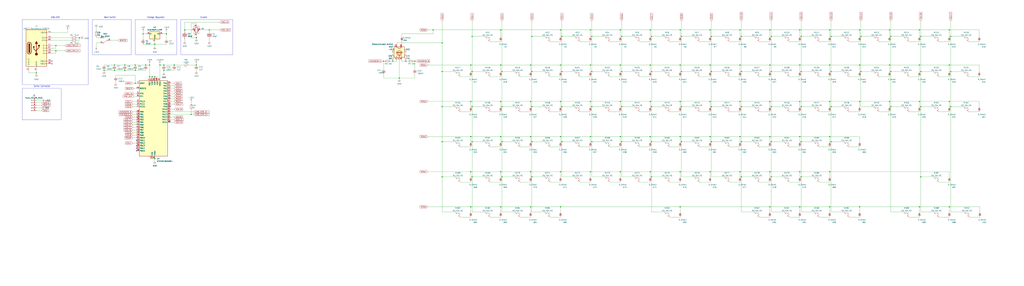
<source format=kicad_sch>
(kicad_sch (version 20230121) (generator eeschema)
  (paper "User" 999.998 279.4)
  (junction (at 635 63.5))
  (junction (at 693.42 63.5))
  (junction (at 607.06 104.14))
  (junction (at 636.27 138.43))
  (junction (at 897.89 201.93))
  (junction (at 753.11 69.85))
  (junction (at 519.43 104.14))
  (junction (at 186.69 111.76))
  (junction (at 160.02 63.5))
  (junction (at 694.69 35.56))
  (junction (at 694.69 104.14))
  (junction (at 548.64 104.14))
  (junction (at 899.16 172.72))
  (junction (at 547.37 29.21))
  (junction (at 635 29.21))
  (junction (at 869.95 35.56))
  (junction (at 927.1 201.93))
  (junction (at 191.77 36.83))
  (junction (at 635 133.35))
  (junction (at 839.47 63.5))
  (junction (at 693.42 167.64))
  (junction (at 928.37 69.85))
  (junction (at 781.05 63.5))
  (junction (at 782.32 35.56))
  (junction (at 810.26 29.21))
  (junction (at 459.74 133.35))
  (junction (at 751.84 133.35))
  (junction (at 722.63 167.64))
  (junction (at 162.56 33.02))
  (junction (at 405.13 59.69))
  (junction (at 431.8 138.43))
  (junction (at 121.92 63.5))
  (junction (at 519.43 172.72))
  (junction (at 782.32 172.72))
  (junction (at 518.16 99.06))
  (junction (at 635 167.64))
  (junction (at 636.27 35.56))
  (junction (at 635 99.06))
  (junction (at 374.65 59.69))
  (junction (at 111.76 63.5))
  (junction (at 146.05 63.5))
  (junction (at 54.61 44.45))
  (junction (at 928.37 104.14))
  (junction (at 723.9 35.56))
  (junction (at 488.95 201.93))
  (junction (at 665.48 69.85))
  (junction (at 35.56 71.12))
  (junction (at 694.69 138.43))
  (junction (at 111.76 68.58))
  (junction (at 810.26 63.5))
  (junction (at 782.32 138.43))
  (junction (at 840.74 69.85))
  (junction (at 518.16 201.93))
  (junction (at 722.63 99.06))
  (junction (at 459.74 63.5))
  (junction (at 431.8 104.14))
  (junction (at 146.05 74.93))
  (junction (at 781.05 99.06))
  (junction (at 422.91 29.21))
  (junction (at 723.9 104.14))
  (junction (at 139.7 33.02))
  (junction (at 605.79 99.06))
  (junction (at 781.05 167.64))
  (junction (at 518.16 133.35))
  (junction (at 722.63 29.21))
  (junction (at 605.79 133.35))
  (junction (at 811.53 69.85))
  (junction (at 810.26 133.35))
  (junction (at 899.16 104.14))
  (junction (at 151.13 154.94))
  (junction (at 101.6 68.58))
  (junction (at 396.24 59.69))
  (junction (at 839.47 29.21))
  (junction (at 548.64 35.56))
  (junction (at 753.11 172.72))
  (junction (at 121.92 68.58))
  (junction (at 753.11 138.43))
  (junction (at 389.89 76.2))
  (junction (at 204.47 29.21))
  (junction (at 605.79 63.5))
  (junction (at 753.11 104.14))
  (junction (at 461.01 35.56))
  (junction (at 577.85 69.85))
  (junction (at 811.53 35.56))
  (junction (at 142.24 63.5))
  (junction (at 180.34 29.21))
  (junction (at 518.16 63.5))
  (junction (at 665.48 35.56))
  (junction (at 132.08 81.28))
  (junction (at 811.53 104.14))
  (junction (at 751.84 63.5))
  (junction (at 488.95 167.64))
  (junction (at 723.9 172.72))
  (junction (at 723.9 138.43))
  (junction (at 693.42 99.06))
  (junction (at 868.68 63.5))
  (junction (at 899.16 69.85))
  (junction (at 431.8 69.85))
  (junction (at 170.18 63.5))
  (junction (at 897.89 99.06))
  (junction (at 547.37 167.64))
  (junction (at 694.69 69.85))
  (junction (at 868.68 99.06))
  (junction (at 810.26 201.93))
  (junction (at 693.42 133.35))
  (junction (at 548.64 138.43))
  (junction (at 577.85 104.14))
  (junction (at 148.59 74.93))
  (junction (at 782.32 104.14))
  (junction (at 431.8 41.91))
  (junction (at 577.85 35.56))
  (junction (at 191.77 63.5))
  (junction (at 547.37 133.35))
  (junction (at 461.01 69.85))
  (junction (at 723.9 69.85))
  (junction (at 664.21 201.93))
  (junction (at 927.1 99.06))
  (junction (at 576.58 63.5))
  (junction (at 722.63 133.35))
  (junction (at 810.26 99.06))
  (junction (at 751.84 99.06))
  (junction (at 693.42 29.21))
  (junction (at 547.37 99.06))
  (junction (at 811.53 138.43))
  (junction (at 753.11 35.56))
  (junction (at 897.89 63.5))
  (junction (at 576.58 133.35))
  (junction (at 490.22 138.43))
  (junction (at 781.05 133.35))
  (junction (at 488.95 99.06))
  (junction (at 927.1 63.5))
  (junction (at 664.21 29.21))
  (junction (at 459.74 167.64))
  (junction (at 577.85 138.43))
  (junction (at 461.01 172.72))
  (junction (at 897.89 29.21))
  (junction (at 490.22 172.72))
  (junction (at 160.02 68.58))
  (junction (at 722.63 63.5))
  (junction (at 869.95 104.14))
  (junction (at 488.95 133.35))
  (junction (at 868.68 29.21))
  (junction (at 751.84 167.64))
  (junction (at 928.37 35.56))
  (junction (at 518.16 167.64))
  (junction (at 490.22 69.85))
  (junction (at 839.47 99.06))
  (junction (at 810.26 167.64))
  (junction (at 151.13 43.18))
  (junction (at 665.48 138.43))
  (junction (at 605.79 167.64))
  (junction (at 576.58 167.64))
  (junction (at 927.1 29.21))
  (junction (at 132.08 68.58))
  (junction (at 383.54 59.69))
  (junction (at 781.05 29.21))
  (junction (at 488.95 29.21))
  (junction (at 665.48 104.14))
  (junction (at 54.61 49.53))
  (junction (at 132.08 63.5))
  (junction (at 576.58 29.21))
  (junction (at 664.21 99.06))
  (junction (at 751.84 201.93))
  (junction (at 151.13 74.93))
  (junction (at 431.8 172.72))
  (junction (at 839.47 201.93))
  (junction (at 548.64 69.85))
  (junction (at 607.06 35.56))
  (junction (at 636.27 172.72))
  (junction (at 459.74 99.06))
  (junction (at 636.27 104.14))
  (junction (at 664.21 63.5))
  (junction (at 899.16 35.56))
  (junction (at 840.74 35.56))
  (junction (at 605.79 29.21))
  (junction (at 547.37 201.93))
  (junction (at 461.01 138.43))
  (junction (at 607.06 138.43))
  (junction (at 664.21 133.35))
  (junction (at 461.01 104.14))
  (junction (at 519.43 35.56))
  (junction (at 490.22 104.14))
  (junction (at 156.21 63.5))
  (junction (at 636.27 69.85))
  (junction (at 664.21 167.64))
  (junction (at 607.06 69.85))
  (junction (at 459.74 201.93))
  (junction (at 547.37 63.5))
  (junction (at 77.47 36.83))
  (junction (at 781.05 201.93))
  (junction (at 751.84 29.21))
  (junction (at 782.32 69.85))
  (junction (at 488.95 63.5))
  (junction (at 576.58 99.06))
  (junction (at 869.95 69.85))
  (junction (at 519.43 69.85))
  (junction (at 519.43 138.43))
  (no_connect (at 133.35 137.16))
  (no_connect (at 133.35 142.24))
  (no_connect (at 50.8 62.23))
  (no_connect (at 50.8 59.69))
  (no_connect (at 166.37 104.14))
  (no_connect (at 133.35 147.32))
  (no_connect (at 133.35 144.78))
  (wire (pts (xy 722.63 167.64) (xy 751.84 167.64)))
  (wire (pts (xy 899.16 104.14) (xy 899.16 172.72)))
  (wire (pts (xy 129.54 127) (xy 133.35 127)))
  (wire (pts (xy 548.64 69.85) (xy 548.64 104.14)))
  (wire (pts (xy 146.05 63.5) (xy 142.24 63.5)))
  (wire (pts (xy 840.74 104.14) (xy 853.44 104.14)))
  (wire (pts (xy 899.16 207.01) (xy 911.86 207.01)))
  (wire (pts (xy 383.54 52.07) (xy 383.54 53.34)))
  (wire (pts (xy 508 177.8) (xy 518.16 177.8)))
  (wire (pts (xy 191.77 36.83) (xy 191.77 38.1)))
  (wire (pts (xy 566.42 74.93) (xy 576.58 74.93)))
  (wire (pts (xy 50.8 44.45) (xy 54.61 44.45)))
  (wire (pts (xy 537.21 74.93) (xy 547.37 74.93)))
  (wire (pts (xy 54.61 49.53) (xy 63.5 49.53)))
  (wire (pts (xy 665.48 138.43) (xy 665.48 172.72)))
  (wire (pts (xy 636.27 69.85) (xy 636.27 104.14)))
  (wire (pts (xy 417.83 167.64) (xy 459.74 167.64)))
  (wire (pts (xy 869.95 104.14) (xy 869.95 207.01)))
  (wire (pts (xy 899.16 104.14) (xy 911.86 104.14)))
  (wire (pts (xy 508 212.09) (xy 518.16 212.09)))
  (wire (pts (xy 129.54 111.76) (xy 133.35 111.76)))
  (wire (pts (xy 488.95 133.35) (xy 518.16 133.35)))
  (wire (pts (xy 461.01 172.72) (xy 473.71 172.72)))
  (wire (pts (xy 840.74 69.85) (xy 853.44 69.85)))
  (wire (pts (xy 417.83 201.93) (xy 459.74 201.93)))
  (wire (pts (xy 577.85 20.32) (xy 577.85 35.56)))
  (wire (pts (xy 490.22 172.72) (xy 490.22 207.01)))
  (wire (pts (xy 595.63 177.8) (xy 605.79 177.8)))
  (wire (pts (xy 605.79 133.35) (xy 605.79 138.43)))
  (wire (pts (xy 605.79 63.5) (xy 635 63.5)))
  (wire (pts (xy 636.27 35.56) (xy 648.97 35.56)))
  (wire (pts (xy 605.79 167.64) (xy 635 167.64)))
  (wire (pts (xy 449.58 177.8) (xy 459.74 177.8)))
  (wire (pts (xy 374.65 59.69) (xy 375.92 59.69)))
  (wire (pts (xy 636.27 35.56) (xy 636.27 69.85)))
  (wire (pts (xy 156.21 63.5) (xy 160.02 63.5)))
  (wire (pts (xy 488.95 201.93) (xy 488.95 207.01)))
  (wire (pts (xy 635 63.5) (xy 635 69.85)))
  (wire (pts (xy 577.85 104.14) (xy 577.85 138.43)))
  (wire (pts (xy 800.1 143.51) (xy 810.26 143.51)))
  (wire (pts (xy 693.42 29.21) (xy 722.63 29.21)))
  (wire (pts (xy 74.93 39.37) (xy 77.47 39.37)))
  (wire (pts (xy 35.56 69.85) (xy 35.56 71.12)))
  (wire (pts (xy 753.11 138.43) (xy 765.81 138.43)))
  (wire (pts (xy 722.63 99.06) (xy 751.84 99.06)))
  (wire (pts (xy 166.37 99.06) (xy 170.18 99.06)))
  (wire (pts (xy 781.05 133.35) (xy 810.26 133.35)))
  (wire (pts (xy 50.8 46.99) (xy 54.61 46.99)))
  (wire (pts (xy 595.63 74.93) (xy 605.79 74.93)))
  (wire (pts (xy 490.22 207.01) (xy 502.92 207.01)))
  (wire (pts (xy 605.79 29.21) (xy 635 29.21)))
  (wire (pts (xy 607.06 104.14) (xy 619.76 104.14)))
  (wire (pts (xy 204.47 30.48) (xy 204.47 29.21)))
  (wire (pts (xy 180.34 21.59) (xy 180.34 29.21)))
  (wire (pts (xy 694.69 69.85) (xy 694.69 104.14)))
  (wire (pts (xy 636.27 172.72) (xy 648.97 172.72)))
  (wire (pts (xy 927.1 201.93) (xy 956.945 201.93)))
  (wire (pts (xy 665.48 69.85) (xy 678.18 69.85)))
  (wire (pts (xy 683.26 40.64) (xy 693.42 40.64)))
  (wire (pts (xy 897.89 201.93) (xy 897.89 207.01)))
  (wire (pts (xy 810.26 99.06) (xy 839.47 99.06)))
  (wire (pts (xy 605.79 63.5) (xy 605.79 69.85)))
  (wire (pts (xy 490.22 69.85) (xy 502.92 69.85)))
  (wire (pts (xy 132.08 63.5) (xy 142.24 63.5)))
  (wire (pts (xy 723.9 35.56) (xy 723.9 69.85)))
  (wire (pts (xy 723.9 207.01) (xy 736.6 207.01)))
  (wire (pts (xy 829.31 40.64) (xy 839.47 40.64)))
  (wire (pts (xy 770.89 143.51) (xy 781.05 143.51)))
  (wire (pts (xy 459.74 167.64) (xy 459.74 172.72)))
  (wire (pts (xy 461.01 104.14) (xy 461.01 138.43)))
  (wire (pts (xy 722.63 63.5) (xy 722.63 69.85)))
  (wire (pts (xy 751.84 133.35) (xy 781.05 133.35)))
  (wire (pts (xy 77.47 39.37) (xy 77.47 36.83)))
  (wire (pts (xy 916.94 40.64) (xy 927.1 40.64)))
  (wire (pts (xy 518.16 201.93) (xy 547.37 201.93)))
  (wire (pts (xy 956.31 63.5) (xy 956.31 69.85)))
  (wire (pts (xy 887.73 74.93) (xy 897.89 74.93)))
  (wire (pts (xy 129.54 101.6) (xy 133.35 101.6)))
  (wire (pts (xy 781.05 201.93) (xy 810.26 201.93)))
  (wire (pts (xy 35.56 100.33) (xy 40.64 100.33)))
  (wire (pts (xy 519.43 20.32) (xy 519.43 35.56)))
  (wire (pts (xy 811.53 69.85) (xy 824.23 69.85)))
  (wire (pts (xy 869.95 69.85) (xy 869.95 104.14)))
  (wire (pts (xy 899.16 35.56) (xy 911.86 35.56)))
  (wire (pts (xy 683.26 177.8) (xy 693.42 177.8)))
  (wire (pts (xy 519.43 172.72) (xy 519.43 207.01)))
  (wire (pts (xy 151.13 154.94) (xy 151.13 157.48)))
  (wire (pts (xy 129.54 99.06) (xy 133.35 99.06)))
  (wire (pts (xy 186.69 22.86) (xy 186.69 36.83)))
  (wire (pts (xy 186.69 36.83) (xy 191.77 36.83)))
  (wire (pts (xy 800.1 212.09) (xy 810.26 212.09)))
  (wire (pts (xy 488.95 29.21) (xy 488.95 35.56)))
  (wire (pts (xy 694.69 138.43) (xy 707.39 138.43)))
  (wire (pts (xy 635 167.64) (xy 635 172.72)))
  (wire (pts (xy 130.81 93.98) (xy 133.35 93.98)))
  (wire (pts (xy 887.73 212.09) (xy 897.89 212.09)))
  (wire (pts (xy 607.06 69.85) (xy 619.76 69.85)))
  (wire (pts (xy 54.61 49.53) (xy 54.61 52.07)))
  (wire (pts (xy 916.94 177.8) (xy 927.1 177.8)))
  (wire (pts (xy 927.1 201.93) (xy 927.1 207.01)))
  (wire (pts (xy 607.06 138.43) (xy 607.06 172.72)))
  (wire (pts (xy 577.85 35.56) (xy 577.85 69.85)))
  (wire (pts (xy 577.85 138.43) (xy 577.85 172.72)))
  (wire (pts (xy 665.48 138.43) (xy 678.18 138.43)))
  (wire (pts (xy 712.47 177.8) (xy 722.63 177.8)))
  (wire (pts (xy 187.96 29.21) (xy 180.34 29.21)))
  (wire (pts (xy 519.43 69.85) (xy 532.13 69.85)))
  (wire (pts (xy 461.01 20.32) (xy 461.01 35.56)))
  (wire (pts (xy 723.9 69.85) (xy 723.9 104.14)))
  (wire (pts (xy 723.9 104.14) (xy 723.9 138.43)))
  (wire (pts (xy 204.47 29.21) (xy 214.63 29.21)))
  (wire (pts (xy 829.31 109.22) (xy 839.47 109.22)))
  (wire (pts (xy 191.77 68.58) (xy 191.77 69.85)))
  (wire (pts (xy 927.1 99.06) (xy 956.31 99.06)))
  (wire (pts (xy 518.16 167.64) (xy 518.16 172.72)))
  (wire (pts (xy 782.32 20.32) (xy 782.32 35.56)))
  (wire (pts (xy 636.27 104.14) (xy 636.27 138.43)))
  (wire (pts (xy 595.63 40.64) (xy 605.79 40.64)))
  (wire (pts (xy 508 109.22) (xy 518.16 109.22)))
  (wire (pts (xy 132.08 81.28) (xy 133.35 81.28)))
  (wire (pts (xy 422.91 29.21) (xy 488.95 29.21)))
  (wire (pts (xy 156.21 63.5) (xy 156.21 76.2)))
  (wire (pts (xy 712.47 143.51) (xy 722.63 143.51)))
  (wire (pts (xy 431.8 172.72) (xy 431.8 207.01)))
  (wire (pts (xy 868.68 29.21) (xy 897.89 29.21)))
  (wire (pts (xy 431.8 207.01) (xy 444.5 207.01)))
  (wire (pts (xy 417.83 99.06) (xy 459.74 99.06)))
  (wire (pts (xy 478.79 143.51) (xy 488.95 143.51)))
  (wire (pts (xy 459.74 201.93) (xy 459.74 207.01)))
  (wire (pts (xy 129.54 129.54) (xy 133.35 129.54)))
  (wire (pts (xy 839.47 99.06) (xy 868.68 99.06)))
  (wire (pts (xy 166.37 86.36) (xy 170.18 86.36)))
  (wire (pts (xy 537.21 177.8) (xy 547.37 177.8)))
  (wire (pts (xy 97.79 36.83) (xy 93.98 36.83)))
  (wire (pts (xy 459.74 63.5) (xy 459.74 69.85)))
  (wire (pts (xy 665.48 20.32) (xy 665.48 35.56)))
  (wire (pts (xy 518.16 99.06) (xy 518.16 104.14)))
  (wire (pts (xy 916.94 212.09) (xy 927.1 212.09)))
  (wire (pts (xy 946.15 74.93) (xy 956.31 74.93)))
  (wire (pts (xy 664.21 201.93) (xy 751.84 201.93)))
  (wire (pts (xy 383.54 59.69) (xy 387.35 59.69)))
  (wire (pts (xy 722.63 133.35) (xy 722.63 138.43)))
  (wire (pts (xy 204.47 29.21) (xy 195.58 29.21)))
  (wire (pts (xy 635 133.35) (xy 664.21 133.35)))
  (wire (pts (xy 781.05 99.06) (xy 810.26 99.06)))
  (wire (pts (xy 693.42 29.21) (xy 693.42 35.56)))
  (wire (pts (xy 577.85 172.72) (xy 590.55 172.72)))
  (wire (pts (xy 928.37 35.56) (xy 941.07 35.56)))
  (wire (pts (xy 405.13 59.69) (xy 406.4 59.69)))
  (wire (pts (xy 868.68 29.21) (xy 868.68 35.56)))
  (wire (pts (xy 897.89 63.5) (xy 927.1 63.5)))
  (wire (pts (xy 635 167.64) (xy 664.21 167.64)))
  (wire (pts (xy 121.92 68.58) (xy 132.08 68.58)))
  (wire (pts (xy 519.43 35.56) (xy 532.13 35.56)))
  (wire (pts (xy 577.85 69.85) (xy 577.85 104.14)))
  (wire (pts (xy 160.02 68.58) (xy 160.02 71.12)))
  (wire (pts (xy 548.64 172.72) (xy 561.34 172.72)))
  (wire (pts (xy 694.69 69.85) (xy 707.39 69.85)))
  (wire (pts (xy 519.43 138.43) (xy 519.43 172.72)))
  (wire (pts (xy 636.27 172.72) (xy 636.27 207.01)))
  (wire (pts (xy 139.7 38.1) (xy 139.7 33.02)))
  (wire (pts (xy 519.43 35.56) (xy 519.43 69.85)))
  (wire (pts (xy 490.22 138.43) (xy 502.92 138.43)))
  (wire (pts (xy 927.1 167.64) (xy 810.26 167.64)))
  (wire (pts (xy 449.58 74.93) (xy 459.74 74.93)))
  (wire (pts (xy 547.37 29.21) (xy 547.37 35.56)))
  (wire (pts (xy 519.43 104.14) (xy 532.13 104.14)))
  (wire (pts (xy 576.58 63.5) (xy 605.79 63.5)))
  (wire (pts (xy 829.31 212.09) (xy 839.47 212.09)))
  (wire (pts (xy 781.05 167.64) (xy 810.26 167.64)))
  (wire (pts (xy 186.69 99.06) (xy 186.69 101.6)))
  (wire (pts (xy 897.89 99.06) (xy 897.89 104.14)))
  (wire (pts (xy 781.05 63.5) (xy 810.26 63.5)))
  (wire (pts (xy 548.64 138.43) (xy 561.34 138.43)))
  (wire (pts (xy 899.16 35.56) (xy 899.16 69.85)))
  (wire (pts (xy 129.54 114.3) (xy 133.35 114.3)))
  (wire (pts (xy 431.8 20.32) (xy 431.8 41.91)))
  (wire (pts (xy 723.9 172.72) (xy 736.6 172.72)))
  (wire (pts (xy 839.47 29.21) (xy 868.68 29.21)))
  (wire (pts (xy 422.91 33.02) (xy 422.91 29.21)))
  (wire (pts (xy 607.06 104.14) (xy 607.06 138.43)))
  (wire (pts (xy 519.43 104.14) (xy 519.43 138.43)))
  (wire (pts (xy 459.74 133.35) (xy 488.95 133.35)))
  (wire (pts (xy 635 99.06) (xy 664.21 99.06)))
  (wire (pts (xy 146.05 74.93) (xy 148.59 74.93)))
  (wire (pts (xy 27.94 69.85) (xy 27.94 71.12)))
  (wire (pts (xy 490.22 104.14) (xy 490.22 138.43)))
  (wire (pts (xy 461.01 138.43) (xy 461.01 172.72)))
  (wire (pts (xy 654.05 40.64) (xy 664.21 40.64)))
  (wire (pts (xy 899.16 20.32) (xy 899.16 35.56)))
  (wire (pts (xy 753.11 35.56) (xy 753.11 69.85)))
  (wire (pts (xy 66.04 29.21) (xy 66.04 31.75)))
  (wire (pts (xy 723.9 104.14) (xy 736.6 104.14)))
  (wire (pts (xy 170.18 63.5) (xy 179.07 63.5)))
  (wire (pts (xy 839.47 63.5) (xy 868.68 63.5)))
  (wire (pts (xy 387.35 43.18) (xy 387.35 41.91)))
  (wire (pts (xy 753.11 104.14) (xy 753.11 138.43)))
  (wire (pts (xy 897.89 63.5) (xy 897.89 69.85)))
  (wire (pts (xy 130.81 86.36) (xy 133.35 86.36)))
  (wire (pts (xy 478.79 109.22) (xy 488.95 109.22)))
  (wire (pts (xy 868.68 63.5) (xy 897.89 63.5)))
  (wire (pts (xy 537.21 143.51) (xy 547.37 143.51)))
  (wire (pts (xy 654.05 74.93) (xy 664.21 74.93)))
  (wire (pts (xy 946.15 40.64) (xy 956.31 40.64)))
  (wire (pts (xy 811.53 35.56) (xy 811.53 69.85)))
  (wire (pts (xy 839.47 201.93) (xy 897.89 201.93)))
  (wire (pts (xy 449.58 143.51) (xy 459.74 143.51)))
  (wire (pts (xy 810.26 29.21) (xy 839.47 29.21)))
  (wire (pts (xy 605.79 29.21) (xy 605.79 35.56)))
  (wire (pts (xy 770.89 212.09) (xy 781.05 212.09)))
  (wire (pts (xy 928.37 35.56) (xy 928.37 69.85)))
  (wire (pts (xy 396.24 52.07) (xy 396.24 53.34)))
  (wire (pts (xy 723.9 69.85) (xy 736.6 69.85)))
  (wire (pts (xy 577.85 138.43) (xy 590.55 138.43)))
  (wire (pts (xy 153.67 76.2) (xy 153.67 74.93)))
  (wire (pts (xy 461.01 138.43) (xy 473.71 138.43)))
  (wire (pts (xy 712.47 40.64) (xy 722.63 40.64)))
  (wire (pts (xy 139.7 43.18) (xy 151.13 43.18)))
  (wire (pts (xy 461.01 104.14) (xy 473.71 104.14)))
  (wire (pts (xy 547.37 133.35) (xy 576.58 133.35)))
  (wire (pts (xy 595.63 143.51) (xy 605.79 143.51)))
  (wire (pts (xy 576.58 63.5) (xy 576.58 69.85)))
  (wire (pts (xy 712.47 109.22) (xy 722.63 109.22)))
  (wire (pts (xy 607.06 20.32) (xy 607.06 35.56)))
  (wire (pts (xy 490.22 104.14) (xy 502.92 104.14)))
  (wire (pts (xy 693.42 63.5) (xy 722.63 63.5)))
  (wire (pts (xy 664.21 63.5) (xy 664.21 69.85)))
  (wire (pts (xy 113.03 80.01) (xy 113.03 81.28)))
  (wire (pts (xy 770.89 177.8) (xy 781.05 177.8)))
  (wire (pts (xy 664.21 29.21) (xy 693.42 29.21)))
  (wire (pts (xy 459.74 63.5) (xy 488.95 63.5)))
  (wire (pts (xy 129.54 139.7) (xy 133.35 139.7)))
  (wire (pts (xy 751.84 99.06) (xy 781.05 99.06)))
  (wire (pts (xy 829.31 143.51) (xy 839.47 143.51)))
  (wire (pts (xy 751.84 99.06) (xy 751.84 104.14)))
  (wire (pts (xy 547.37 167.64) (xy 547.37 172.72)))
  (wire (pts (xy 431.8 104.14) (xy 431.8 138.43)))
  (wire (pts (xy 781.05 207.01) (xy 781.05 201.93)))
  (wire (pts (xy 180.34 29.21) (xy 180.34 30.48)))
  (wire (pts (xy 782.32 172.72) (xy 795.02 172.72)))
  (wire (pts (xy 166.37 114.3) (xy 170.18 114.3)))
  (wire (pts (xy 191.77 62.23) (xy 191.77 63.5)))
  (wire (pts (xy 664.21 99.06) (xy 664.21 104.14)))
  (wire (pts (xy 607.06 138.43) (xy 619.76 138.43)))
  (wire (pts (xy 547.37 201.93) (xy 664.21 201.93)))
  (wire (pts (xy 916.94 74.93) (xy 927.1 74.93)))
  (wire (pts (xy 566.42 109.22) (xy 576.58 109.22)))
  (wire (pts (xy 166.37 93.98) (xy 170.18 93.98)))
  (wire (pts (xy 605.79 99.06) (xy 605.79 104.14)))
  (wire (pts (xy 781.05 99.06) (xy 781.05 104.14)))
  (wire (pts (xy 722.63 29.21) (xy 751.84 29.21)))
  (wire (pts (xy 782.32 104.14) (xy 795.02 104.14)))
  (wire (pts (xy 810.26 29.21) (xy 810.26 35.56)))
  (wire (pts (xy 129.54 134.62) (xy 133.35 134.62)))
  (wire (pts (xy 858.52 109.22) (xy 868.68 109.22)))
  (wire (pts (xy 595.63 109.22) (xy 605.79 109.22)))
  (wire (pts (xy 461.01 35.56) (xy 461.01 69.85)))
  (wire (pts (xy 488.95 167.64) (xy 488.95 172.72)))
  (wire (pts (xy 50.8 49.53) (xy 54.61 49.53)))
  (wire (pts (xy 54.61 44.45) (xy 63.5 44.45)))
  (wire (pts (xy 148.59 154.94) (xy 151.13 154.94)))
  (wire (pts (xy 839.47 201.93) (xy 839.47 207.01)))
  (wire (pts (xy 624.84 177.8) (xy 635 177.8)))
  (wire (pts (xy 519.43 69.85) (xy 519.43 104.14)))
  (wire (pts (xy 654.05 212.09) (xy 664.21 212.09)))
  (wire (pts (xy 664.21 201.93) (xy 664.21 207.01)))
  (wire (pts (xy 518.16 133.35) (xy 518.16 138.43)))
  (wire (pts (xy 186.69 106.68) (xy 186.69 111.76)))
  (wire (pts (xy 654.05 109.22) (xy 664.21 109.22)))
  (wire (pts (xy 664.21 167.64) (xy 693.42 167.64)))
  (wire (pts (xy 897.89 99.06) (xy 927.1 99.06)))
  (wire (pts (xy 166.37 101.6) (xy 170.18 101.6)))
  (wire (pts (xy 148.59 74.93) (xy 151.13 74.93)))
  (wire (pts (xy 166.37 116.84) (xy 170.18 116.84)))
  (wire (pts (xy 160.02 63.5) (xy 170.18 63.5)))
  (wire (pts (xy 800.1 177.8) (xy 810.26 177.8)))
  (wire (pts (xy 488.95 29.21) (xy 547.37 29.21)))
  (wire (pts (xy 547.37 133.35) (xy 547.37 138.43)))
  (wire (pts (xy 782.32 207.01) (xy 795.02 207.01)))
  (wire (pts (xy 130.81 91.44) (xy 133.35 91.44)))
  (wire (pts (xy 928.37 69.85) (xy 928.37 104.14)))
  (wire (pts (xy 148.59 76.2) (xy 148.59 74.93)))
  (wire (pts (xy 449.58 212.09) (xy 459.74 212.09)))
  (wire (pts (xy 151.13 43.18) (xy 151.13 45.72)))
  (wire (pts (xy 490.22 20.32) (xy 490.22 69.85)))
  (wire (pts (xy 151.13 74.93) (xy 151.13 76.2)))
  (wire (pts (xy 405.13 72.39) (xy 405.13 76.2)))
  (wire (pts (xy 869.95 104.14) (xy 882.65 104.14)))
  (wire (pts (xy 50.8 39.37) (xy 69.85 39.37)))
  (wire (pts (xy 664.21 29.21) (xy 664.21 35.56)))
  (wire (pts (xy 751.84 201.93) (xy 781.05 201.93)))
  (wire (pts (xy 381 59.69) (xy 383.54 59.69)))
  (wire (pts (xy 518.16 99.06) (xy 547.37 99.06)))
  (wire (pts (xy 840.74 35.56) (xy 853.44 35.56)))
  (wire (pts (xy 927.1 29.21) (xy 956.31 29.21)))
  (wire (pts (xy 665.48 35.56) (xy 678.18 35.56)))
  (wire (pts (xy 93.98 26.67) (xy 93.98 30.48)))
  (wire (pts (xy 576.58 167.64) (xy 605.79 167.64)))
  (wire (pts (xy 396.24 58.42) (xy 396.24 59.69)))
  (wire (pts (xy 576.58 167.64) (xy 576.58 172.72)))
  (wire (pts (xy 693.42 167.64) (xy 722.63 167.64)))
  (wire (pts (xy 488.95 99.06) (xy 518.16 99.06)))
  (wire (pts (xy 751.84 201.93) (xy 751.84 207.01)))
  (wire (pts (xy 417.83 63.5) (xy 459.74 63.5)))
  (wire (pts (xy 741.68 74.93) (xy 751.84 74.93)))
  (wire (pts (xy 519.43 172.72) (xy 532.13 172.72)))
  (wire (pts (xy 129.54 119.38) (xy 133.35 119.38)))
  (wire (pts (xy 431.8 69.85) (xy 444.5 69.85)))
  (wire (pts (xy 635 29.21) (xy 635 35.56)))
  (wire (pts (xy 518.16 63.5) (xy 547.37 63.5)))
  (wire (pts (xy 478.79 40.64) (xy 488.95 40.64)))
  (wire (pts (xy 27.94 71.12) (xy 35.56 71.12)))
  (wire (pts (xy 753.11 20.32) (xy 753.11 35.56)))
  (wire (pts (xy 869.95 35.56) (xy 882.65 35.56)))
  (wire (pts (xy 723.9 20.32) (xy 723.9 35.56)))
  (wire (pts (xy 547.37 29.21) (xy 576.58 29.21)))
  (wire (pts (xy 665.48 104.14) (xy 665.48 138.43)))
  (wire (pts (xy 129.54 81.28) (xy 132.08 81.28)))
  (wire (pts (xy 899.16 172.72) (xy 911.86 172.72)))
  (wire (pts (xy 180.34 38.1) (xy 180.34 40.64)))
  (wire (pts (xy 811.53 35.56) (xy 824.23 35.56)))
  (wire (pts (xy 392.43 40.64) (xy 392.43 43.18)))
  (wire (pts (xy 431.8 172.72) (xy 444.5 172.72)))
  (wire (pts (xy 566.42 143.51) (xy 576.58 143.51)))
  (wire (pts (xy 166.37 81.28) (xy 170.18 81.28)))
  (wire (pts (xy 93.98 36.83) (xy 93.98 35.56)))
  (wire (pts (xy 751.84 167.64) (xy 751.84 172.72)))
  (wire (pts (xy 723.9 207.01) (xy 723.9 172.72)))
  (wire (pts (xy 417.83 29.21) (xy 422.91 29.21)))
  (wire (pts (xy 751.84 63.5) (xy 751.84 69.85)))
  (wire (pts (xy 449.58 109.22) (xy 459.74 109.22)))
  (wire (pts (xy 810.26 133.35) (xy 839.47 133.35)))
  (wire (pts (xy 139.7 30.48) (xy 139.7 33.02)))
  (wire (pts (xy 753.11 172.72) (xy 753.11 207.01)))
  (wire (pts (xy 50.8 36.83) (xy 69.85 36.83)))
  (wire (pts (xy 811.53 104.14) (xy 824.23 104.14)))
  (wire (pts (xy 635 63.5) (xy 664.21 63.5)))
  (wire (pts (xy 928.37 207.01) (xy 941.705 207.01)))
  (wire (pts (xy 146.05 62.23) (xy 146.05 63.5)))
  (wire (pts (xy 782.32 35.56) (xy 782.32 69.85)))
  (wire (pts (xy 928.37 104.14) (xy 941.07 104.14)))
  (wire (pts (xy 636.27 20.32) (xy 636.27 35.56)))
  (wire (pts (xy 132.08 73.66) (xy 132.08 81.28)))
  (wire (pts (xy 897.89 29.21) (xy 897.89 35.56)))
  (wire (pts (xy 417.83 133.35) (xy 459.74 133.35)))
  (wire (pts (xy 810.26 133.35) (xy 810.26 138.43)))
  (wire (pts (xy 927.1 29.21) (xy 927.1 35.56)))
  (wire (pts (xy 132.08 68.58) (xy 142.24 68.58)))
  (wire (pts (xy 547.37 201.93) (xy 547.37 207.01)))
  (wire (pts (xy 800.1 109.22) (xy 810.26 109.22)))
  (wire (pts (xy 624.84 74.93) (xy 635 74.93)))
  (wire (pts (xy 956.945 201.93) (xy 956.945 207.01)))
  (wire (pts (xy 693.42 99.06) (xy 722.63 99.06)))
  (wire (pts (xy 683.26 74.93) (xy 693.42 74.93)))
  (wire (pts (xy 694.69 20.32) (xy 694.69 35.56)))
  (wire (pts (xy 648.97 207.01) (xy 636.27 207.01)))
  (wire (pts (xy 664.21 133.35) (xy 664.21 138.43)))
  (wire (pts (xy 810.26 99.06) (xy 810.26 104.14)))
  (wire (pts (xy 840.74 35.56) (xy 840.74 69.85)))
  (wire (pts (xy 508 143.51) (xy 518.16 143.51)))
  (wire (pts (xy 840.74 20.32) (xy 840.74 35.56)))
  (wire (pts (xy 712.47 74.93) (xy 722.63 74.93)))
  (wire (pts (xy 431.8 41.91) (xy 431.8 69.85)))
  (wire (pts (xy 887.73 109.22) (xy 897.89 109.22)))
  (wire (pts (xy 839.47 63.5) (xy 839.47 69.85)))
  (wire (pts (xy 928.37 20.32) (xy 928.37 35.56)))
  (wire (pts (xy 576.58 99.06) (xy 605.79 99.06)))
  (wire (pts (xy 548.64 69.85) (xy 561.34 69.85)))
  (wire (pts (xy 927.1 99.06) (xy 927.1 104.14)))
  (wire (pts (xy 781.05 29.21) (xy 810.26 29.21)))
  (wire (pts (xy 537.21 109.22) (xy 547.37 109.22)))
  (wire (pts (xy 781.05 172.72) (xy 781.05 167.64)))
  (wire (pts (xy 405.13 59.69) (xy 405.13 67.31)))
  (wire (pts (xy 488.95 63.5) (xy 518.16 63.5)))
  (wire (pts (xy 166.37 119.38) (xy 170.18 119.38)))
  (wire (pts (xy 204.47 38.1) (xy 204.47 40.64)))
  (wire (pts (xy 518.16 63.5) (xy 518.16 69.85)))
  (wire (pts (xy 636.27 138.43) (xy 636.27 172.72)))
  (wire (pts (xy 166.37 91.44) (xy 170.18 91.44)))
  (wire (pts (xy 946.15 109.22) (xy 956.31 109.22)))
  (wire (pts (xy 664.21 63.5) (xy 693.42 63.5)))
  (wire (pts (xy 664.21 167.64) (xy 664.21 172.72)))
  (wire (pts (xy 858.52 74.93) (xy 868.68 74.93)))
  (wire (pts (xy 184.15 63.5) (xy 191.77 63.5)))
  (wire (pts (xy 897.89 29.21) (xy 927.1 29.21)))
  (wire (pts (xy 607.06 172.72) (xy 619.76 172.72)))
  (wire (pts (xy 129.54 109.22) (xy 133.35 109.22)))
  (wire (pts (xy 518.16 133.35) (xy 547.37 133.35)))
  (wire (pts (xy 374.65 72.39) (xy 374.65 76.2)))
  (wire (pts (xy 548.64 104.14) (xy 561.34 104.14)))
  (wire (pts (xy 488.95 99.06) (xy 488.95 104.14)))
  (wire (pts (xy 782.32 172.72) (xy 782.32 207.01)))
  (wire (pts (xy 829.31 74.93) (xy 839.47 74.93)))
  (wire (pts (xy 459.74 99.06) (xy 459.74 104.14)))
  (wire (pts (xy 753.11 207.01) (xy 765.81 207.01)))
  (wire (pts (xy 868.68 99.06) (xy 897.89 99.06)))
  (wire (pts (xy 927.1 167.64) (xy 927.1 172.72)))
  (wire (pts (xy 107.95 39.37) (xy 115.57 39.37)))
  (wire (pts (xy 840.74 69.85) (xy 840.74 104.14)))
  (wire (pts (xy 392.43 33.02) (xy 422.91 33.02)))
  (wire (pts (xy 35.56 107.95) (xy 40.64 107.95)))
  (wire (pts (xy 636.27 104.14) (xy 648.97 104.14)))
  (wire (pts (xy 146.05 74.93) (xy 146.05 63.5)))
  (wire (pts (xy 396.24 59.69) (xy 398.78 59.69)))
  (wire (pts (xy 389.89 58.42) (xy 389.89 76.2)))
  (wire (pts (xy 751.84 167.64) (xy 781.05 167.64)))
  (wire (pts (xy 461.01 172.72) (xy 461.01 207.01)))
  (wire (pts (xy 751.84 63.5) (xy 781.05 63.5)))
  (wire (pts (xy 781.05 29.21) (xy 781.05 35.56)))
  (wire (pts (xy 607.06 69.85) (xy 607.06 104.14)))
  (wire (pts (xy 519.43 138.43) (xy 532.13 138.43)))
  (wire (pts (xy 576.58 29.21) (xy 576.58 35.56)))
  (wire (pts (xy 753.11 138.43) (xy 753.11 172.72)))
  (wire (pts (xy 810.26 201.93) (xy 810.26 207.01)))
  (wire (pts (xy 664.21 133.35) (xy 693.42 133.35)))
  (wire (pts (xy 490.22 69.85) (xy 490.22 104.14)))
  (wire (pts (xy 166.37 96.52) (xy 170.18 96.52)))
  (wire (pts (xy 35.56 97.79) (xy 40.64 97.79)))
  (wire (pts (xy 897.89 201.93) (xy 927.1 201.93)))
  (wire (pts (xy 548.64 138.43) (xy 548.64 172.72)))
  (wire (pts (xy 927.1 63.5) (xy 956.31 63.5)))
  (wire (pts (xy 800.1 74.93) (xy 810.26 74.93)))
  (wire (pts (xy 811.53 138.43) (xy 824.23 138.43)))
  (wire (pts (xy 811.53 207.01) (xy 824.23 207.01)))
  (wire (pts (xy 537.21 40.64) (xy 547.37 40.64)))
  (wire (pts (xy 916.94 109.22) (xy 927.1 109.22)))
  (wire (pts (xy 741.68 212.09) (xy 751.84 212.09)))
  (wire (pts (xy 839.47 29.21) (xy 839.47 35.56)))
  (wire (pts (xy 899.16 69.85) (xy 899.16 104.14)))
  (wire (pts (xy 389.89 76.2) (xy 405.13 76.2)))
  (wire (pts (xy 751.84 29.21) (xy 751.84 35.56)))
  (wire (pts (xy 111.76 63.5) (xy 121.92 63.5)))
  (wire (pts (xy 160.02 68.58) (xy 170.18 68.58)))
  (wire (pts (xy 373.38 59.69) (xy 374.65 59.69)))
  (wire (pts (xy 576.58 133.35) (xy 576.58 138.43)))
  (wire (pts (xy 490.22 172.72) (xy 502.92 172.72)))
  (wire (pts (xy 191.77 24.13) (xy 191.77 22.86)))
  (wire (pts (xy 129.54 124.46) (xy 133.35 124.46)))
  (wire (pts (xy 153.67 74.93) (xy 151.13 74.93)))
  (wire (pts (xy 723.9 138.43) (xy 736.6 138.43)))
  (wire (pts (xy 810.26 167.64) (xy 810.26 172.72)))
  (wire (pts (xy 770.89 109.22) (xy 781.05 109.22)))
  (wire (pts (xy 770.89 40.64) (xy 781.05 40.64)))
  (wire (pts (xy 741.68 143.51) (xy 751.84 143.51)))
  (wire (pts (xy 782.32 69.85) (xy 782.32 104.14)))
  (wire (pts (xy 129.54 132.08) (xy 133.35 132.08)))
  (wire (pts (xy 74.93 36.83) (xy 77.47 36.83)))
  (wire (pts (xy 166.37 88.9) (xy 170.18 88.9)))
  (wire (pts (xy 782.32 138.43) (xy 782.32 172.72)))
  (wire (pts (xy 478.79 212.09) (xy 488.95 212.09)))
  (wire (pts (xy 722.63 133.35) (xy 751.84 133.35)))
  (wire (pts (xy 899.16 172.72) (xy 899.16 207.01)))
  (wire (pts (xy 605.79 99.06) (xy 635 99.06)))
  (wire (pts (xy 50.8 52.07) (xy 54.61 52.07)))
  (wire (pts (xy 548.64 104.14) (xy 548.64 138.43)))
  (wire (pts (xy 374.65 59.69) (xy 374.65 67.31)))
  (wire (pts (xy 35.56 102.87) (xy 40.64 102.87)))
  (wire (pts (xy 654.05 177.8) (xy 664.21 177.8)))
  (wire (pts (xy 537.21 212.09) (xy 547.37 212.09)))
  (wire (pts (xy 577.85 104.14) (xy 590.55 104.14)))
  (wire (pts (xy 162.56 30.48) (xy 162.56 33.02)))
  (wire (pts (xy 722.63 29.21) (xy 722.63 35.56)))
  (wire (pts (xy 577.85 35.56) (xy 590.55 35.56)))
  (wire (pts (xy 146.05 76.2) (xy 146.05 74.93)))
  (wire (pts (xy 800.1 40.64) (xy 810.26 40.64)))
  (wire (pts (xy 946.785 212.09) (xy 956.945 212.09)))
  (wire (pts (xy 683.26 109.22) (xy 693.42 109.22)))
  (wire (pts (xy 654.05 143.51) (xy 664.21 143.51)))
  (wire (pts (xy 782.32 138.43) (xy 795.02 138.43)))
  (wire (pts (xy 636.27 69.85) (xy 648.97 69.85)))
  (wire (pts (xy 389.89 76.2) (xy 389.89 77.47)))
  (wire (pts (xy 605.79 167.64) (xy 605.79 172.72)))
  (wire (pts (xy 753.11 69.85) (xy 753.11 104.14)))
  (wire (pts (xy 576.58 29.21) (xy 605.79 29.21)))
  (wire (pts (xy 431.8 104.14) (xy 444.5 104.14)))
  (wire (pts (xy 488.95 63.5) (xy 488.95 69.85)))
  (wire (pts (xy 488.95 133.35) (xy 488.95 138.43)))
  (wire (pts (xy 665.48 69.85) (xy 665.48 104.14)))
  (wire (pts (xy 66.04 31.75) (xy 50.8 31.75)))
  (wire (pts (xy 810.26 63.5) (xy 839.47 63.5)))
  (wire (pts (xy 431.8 138.43) (xy 431.8 172.72)))
  (wire (pts (xy 868.68 63.5) (xy 868.68 69.85)))
  (wire (pts (xy 166.37 111.76) (xy 186.69 111.76)))
  (wire (pts (xy 753.11 172.72) (xy 765.81 172.72)))
  (wire (pts (xy 956.31 99.06) (xy 956.31 104.14)))
  (wire (pts (xy 782.32 69.85) (xy 795.02 69.85)))
  (wire (pts (xy 723.9 138.43) (xy 723.9 172.72)))
  (wire (pts (xy 547.37 63.5) (xy 576.58 63.5)))
  (wire (pts (xy 722.63 63.5) (xy 751.84 63.5)))
  (wire (pts (xy 129.54 116.84) (xy 133.35 116.84)))
  (wire (pts (xy 548.64 35.56) (xy 548.64 69.85)))
  (wire (pts (xy 129.54 121.92) (xy 133.35 121.92)))
  (wire (pts (xy 166.37 83.82) (xy 170.18 83.82)))
  (wire (pts (xy 162.56 33.02) (xy 158.75 33.02)))
  (wire (pts (xy 478.79 177.8) (xy 488.95 177.8)))
  (wire (pts (xy 753.11 104.14) (xy 765.81 104.14)))
  (wire (pts (xy 927.1 63.5) (xy 927.1 69.85)))
  (wire (pts (xy 392.43 59.69) (xy 392.43 58.42)))
  (wire (pts (xy 753.11 69.85) (xy 765.81 69.85)))
  (wire (pts (xy 518.16 201.93) (xy 518.16 207.01)))
  (wire (pts (xy 459.74 99.06) (xy 488.95 99.06)))
  (wire (pts (xy 577.85 69.85) (xy 590.55 69.85)))
  (wire (pts (xy 607.06 35.56) (xy 619.76 35.56)))
  (wire (pts (xy 214.63 21.59) (xy 180.34 21.59)))
  (wire (pts (xy 869.95 69.85) (xy 882.65 69.85)))
  (wire (pts (xy 751.84 29.21) (xy 781.05 29.21)))
  (wire (pts (xy 191.77 22.86) (xy 186.69 22.86)))
  (wire (pts (xy 869.95 35.56) (xy 869.95 69.85)))
  (wire (pts (xy 839.47 133.35) (xy 839.47 138.43)))
  (wire (pts (xy 101.6 63.5) (xy 111.76 63.5)))
  (wire (pts (xy 956.31 29.21) (xy 956.31 35.56)))
  (wire (pts (xy 636.27 138.43) (xy 648.97 138.43)))
  (wire (pts (xy 694.69 35.56) (xy 707.39 35.56)))
  (wire (pts (xy 782.32 35.56) (xy 795.02 35.56)))
  (wire (pts (xy 139.7 33.02) (xy 143.51 33.02)))
  (wire (pts (xy 396.24 59.69) (xy 392.43 59.69)))
  (wire (pts (xy 741.68 177.8) (xy 751.84 177.8)))
  (wire (pts (xy 635 29.21) (xy 664.21 29.21)))
  (wire (pts (xy 624.84 143.51) (xy 635 143.51)))
  (wire (pts (xy 186.69 111.76) (xy 189.23 111.76)))
  (wire (pts (xy 694.69 104.14) (xy 694.69 138.43)))
  (wire (pts (xy 35.56 105.41) (xy 40.64 105.41)))
  (wire (pts (xy 722.63 167.64) (xy 722.63 172.72)))
  (wire (pts (xy 869.95 207.01) (xy 882.65 207.01)))
  (wire (pts (xy 694.69 104.14) (xy 707.39 104.14)))
  (wire (pts (xy 694.69 35.56) (xy 694.69 69.85)))
  (wire (pts (xy 693.42 63.5) (xy 693.42 69.85)))
  (wire (pts (xy 635 99.06) (xy 635 104.14)))
  (wire (pts (xy 810.26 201.93) (xy 839.47 201.93)))
  (wire (pts (xy 781.05 133.35) (xy 781.05 138.43)))
  (wire (pts (xy 607.06 35.56) (xy 607.06 69.85)))
  (wire (pts (xy 723.9 35.56) (xy 736.6 35.56)))
  (wire (pts (xy 694.69 172.72) (xy 707.39 172.72)))
  (wire (pts (xy 547.37 99.06) (xy 576.58 99.06)))
  (wire (pts (xy 868.68 99.06) (xy 868.68 104.14)))
  (wire (pts (xy 519.43 207.01) (xy 532.13 207.01)))
  (wire (pts (xy 566.42 40.64) (xy 576.58 40.64)))
  (wire (pts (xy 151.13 40.64) (xy 151.13 43.18)))
  (wire (pts (xy 722.63 99.06) (xy 722.63 104.14)))
  (wire (pts (xy 97.79 41.91) (xy 93.98 41.91)))
  (wire (pts (xy 635 133.35) (xy 635 138.43)))
  (wire (pts (xy 101.6 68.58) (xy 101.6 69.85)))
  (wire (pts (xy 129.54 104.14) (xy 133.35 104.14)))
  (wire (pts (xy 693.42 167.64) (xy 693.42 172.72)))
  (wire (pts (xy 928.37 69.85) (xy 941.07 69.85)))
  (wire (pts (xy 664.21 99.06) (xy 693.42 99.06)))
  (wire (pts (xy 741.68 40.64) (xy 751.84 40.64)))
  (wire (pts (xy 741.68 109.22) (xy 751.84 109.22)))
  (wire (pts (xy 624.84 109.22) (xy 635 109.22)))
  (wire (pts (xy 693.42 133.35) (xy 693.42 138.43)))
  (wire (pts (xy 811.53 69.85) (xy 811.53 104.14)))
  (wire (pts (xy 121.92 63.5) (xy 132.08 63.5)))
  (wire (pts (xy 459.74 167.64) (xy 488.95 167.64)))
  (wire (pts (xy 811.53 138.43) (xy 811.53 207.01)))
  (wire (pts (xy 461.01 69.85) (xy 473.71 69.85)))
  (wire (pts (xy 811.53 104.14) (xy 811.53 138.43)))
  (wire (pts (xy 101.6 68.58) (xy 111.76 68.58)))
  (wire (pts (xy 54.61 44.45) (xy 54.61 46.99)))
  (wire (pts (xy 374.65 76.2) (xy 389.89 76.2)))
  (wire (pts (xy 113.03 73.66) (xy 113.03 74.93)))
  (wire (pts (xy 488.95 201.93) (xy 518.16 201.93)))
  (wire (pts (xy 166.37 106.68) (xy 170.18 106.68)))
  (wire (pts (xy 151.13 43.18) (xy 162.56 43.18)))
  (wire (pts (xy 576.58 133.35) (xy 605.79 133.35)))
  (wire (pts (xy 383.54 58.42) (xy 383.54 59.69)))
  (wire (pts (xy 547.37 63.5) (xy 547.37 69.85)))
  (wire (pts (xy 461.01 69.85) (xy 461.01 104.14)))
  (wire (pts (xy 665.48 104.14) (xy 678.18 104.14)))
  (wire (pts (xy 548.64 35.56) (xy 561.34 35.56)))
  (wire (pts (xy 839.47 99.06) (xy 839.47 104.14)))
  (wire (pts (xy 928.37 104.14) (xy 928.37 207.01)))
  (wire (pts (xy 887.73 40.64) (xy 897.89 40.64)))
  (wire (pts (xy 811.53 20.32) (xy 811.53 35.56)))
  (wire (pts (xy 770.89 74.93) (xy 781.05 74.93)))
  (wire (pts (xy 605.79 133.35) (xy 635 133.35)))
  (wire (pts (xy 431.8 138.43) (xy 444.5 138.43)))
  (wire (pts (xy 547.37 99.06) (xy 547.37 104.14)))
  (wire (pts (xy 548.64 20.32) (xy 548.64 35.56)))
  (wire (pts (xy 566.42 177.8) (xy 576.58 177.8)))
  (wire (pts (xy 478.79 74.93) (xy 488.95 74.93)))
  (wire (pts (xy 431.8 69.85) (xy 431.8 104.14)))
  (wire (pts (xy 782.32 104.14) (xy 782.32 138.43)))
  (wire (pts (xy 624.84 40.64) (xy 635 40.64)))
  (wire (pts (xy 694.69 138.43) (xy 694.69 172.72)))
  (wire (pts (xy 518.16 167.64) (xy 547.37 167.64)))
  (wire (pts (xy 665.48 172.72) (xy 678.18 172.72)))
  (wire (pts (xy 869.95 20.32) (xy 869.95 35.56)))
  (wire (pts (xy 387.35 59.69) (xy 387.35 58.42)))
  (wire (pts (xy 490.22 138.43) (xy 490.22 172.72)))
  (wire (pts (xy 899.16 69.85) (xy 911.86 69.85)))
  (wire (pts (xy 508 74.93) (xy 518.16 74.93)))
  (wire (pts (xy 191.77 34.29) (xy 191.77 36.83)))
  (wire (pts (xy 392.43 35.56) (xy 392.43 33.02)))
  (wire (pts (xy 751.84 133.35) (xy 751.84 138.43)))
  (wire (pts (xy 459.74 201.93) (xy 488.95 201.93)))
  (wire (pts (xy 810.26 63.5) (xy 810.26 69.85)))
  (wire (pts (xy 162.56 38.1) (xy 162.56 33.02)))
  (wire (pts (xy 459.74 133.35) (xy 459.74 138.43)))
  (wire (pts (xy 111.76 68.58) (xy 121.92 68.58)))
  (wire (pts (xy 488.95 167.64) (xy 518.16 167.64)))
  (wire (pts (xy 693.42 133.35) (xy 722.63 133.35)))
  (wire (pts (xy 576.58 99.06) (xy 576.58 104.14)))
  (wire (pts (xy 858.52 40.64) (xy 868.68 40.64)))
  (wire (pts (xy 461.01 35.56) (xy 473.71 35.56)))
  (wire (pts (xy 547.37 167.64) (xy 576.58 167.64)))
  (wire (pts (xy 113.03 73.66) (xy 132.08 73.66)))
  (wire (pts (xy 35.56 71.12) (xy 35.56 72.39)))
  (wire (pts (xy 403.86 59.69) (xy 405.13 59.69)))
  (wire (pts (xy 387.35 41.91) (xy 431.8 41.91)))
  (wire (pts (xy 753.11 35.56) (xy 765.81 35.56)))
  (wire (pts (xy 781.05 63.5) (xy 781.05 69.85)))
  (wire (pts (xy 693.42 99.06) (xy 693.42 104.14)))
  (wire (pts (xy 461.01 207.01) (xy 473.71 207.01)))
  (wire (pts (xy 156.21 62.23) (xy 156.21 63.5)))
  (wire (pts (xy 77.47 36.83) (xy 78.74 36.83)))
  (wire (pts (xy 683.26 143.51) (xy 693.42 143.51)))
  (wire (pts (xy 665.48 35.56) (xy 665.48 69.85)))
  (wire (pts (xy 93.98 41.91) (xy 93.98 45.72)))
  (wire (pts (xy 166.37 109.22) (xy 189.23 109.22)))
  (rectangle (start 21.59 86.36) (end 59.69 116.84))
  (rectangle (start 90.17 19.05) (end 128.27 53.34))
  (rectangle (start 21.59 19.05) (end 86.36 82.55))
  (rectangle (start 176.53 19.05) (end 227.33 53.34))
  (rectangle (start 132.08 19.05) (end 172.72 53.34))
  (text "Boot Switch" (at 101.6 17.78 0) (effects (font (size 1.27 1.27)) (justify left bottom)))
  (text "Crystal" (at 195.58 17.78 0) (effects (font (size 1.27 1.27)) (justify left bottom)))
  (text "Voltage Regulator\n" (at 143.51 17.78 0) (effects (font (size 1.27 1.27)) (justify left bottom)))
  (text "USB_CON" (at 49.53 17.78 0) (effects (font (size 1.27 1.27)) (justify left bottom)))
  (text "Serial Connector" (at 33.02 85.09 0) (effects (font (size 1.27 1.27)) (justify left bottom)))
  (global_label "ROW5" (shape input) (at 170.18 88.9 0) (property "Intersheetrefs" "${INTERSHEET_REFS}" (effects hide)))
  (global_label "ROW0" (shape input) (at 129.54 134.62 180) (property "Intersheetrefs" "${INTERSHEET_REFS}" (effects hide)))
  (global_label "COL1" (shape input) (at 461.01 20.32 90) (property "Intersheetrefs" "${INTERSHEET_REFS}" (effects hide)))
  (global_label "COL13" (shape input) (at 811.53 20.32 90) (property "Intersheetrefs" "${INTERSHEET_REFS}" (effects hide)))
  (global_label "COL12" (shape input) (at 129.54 121.92 180) (property "Intersheetrefs" "${INTERSHEET_REFS}" (effects hide)))
  (global_label "COL2" (shape input) (at 170.18 86.36 0) (property "Intersheetrefs" "${INTERSHEET_REFS}" (effects hide)))
  (global_label "ROW3" (shape input) (at 417.83 133.35 180) (property "Intersheetrefs" "${INTERSHEET_REFS}" (effects hide)))
  (global_label "ENCODER_B" (shape input) (at 129.54 109.22 180) (property "Intersheetrefs" "${INTERSHEET_REFS}" (effects hide)))
  (global_label "COL8" (shape input) (at 665.48 20.32 90) (property "Intersheetrefs" "${INTERSHEET_REFS}" (effects hide)))
  (global_label "USB_CON_D-" (shape input) (at 189.23 109.22 0) (property "Intersheetrefs" "${INTERSHEET_REFS}" (effects hide)))
  (global_label "NRST" (shape input) (at 129.54 81.28 180) (property "Intersheetrefs" "${INTERSHEET_REFS}" (effects hide)))
  (global_label "USB_CON_D+" (shape input) (at 63.5 49.53 0) (property "Intersheetrefs" "${INTERSHEET_REFS}" (effects hide)))
  (global_label "COL17" (shape input) (at 928.37 20.32 90) (property "Intersheetrefs" "${INTERSHEET_REFS}" (effects hide)))
  (global_label "ENCODER_A" (shape input) (at 129.54 111.76 180) (property "Intersheetrefs" "${INTERSHEET_REFS}" (effects hide)))
  (global_label "COL12" (shape input) (at 782.32 20.32 90) (property "Intersheetrefs" "${INTERSHEET_REFS}" (effects hide)))
  (global_label "ENCODER_A" (shape input) (at 373.38 59.69 180) (property "Intersheetrefs" "${INTERSHEET_REFS}" (effects hide)))
  (global_label "ROW3" (shape input) (at 170.18 93.98 0) (property "Intersheetrefs" "${INTERSHEET_REFS}" (effects hide)))
  (global_label "COL10" (shape input) (at 723.9 20.32 90) (property "Intersheetrefs" "${INTERSHEET_REFS}" (effects hide)))
  (global_label "COL10" (shape input) (at 129.54 127 180) (property "Intersheetrefs" "${INTERSHEET_REFS}" (effects hide)))
  (global_label "COL16" (shape input) (at 170.18 106.68 0) (property "Intersheetrefs" "${INTERSHEET_REFS}" (effects hide)))
  (global_label "SWCLK" (shape input) (at 40.64 102.87 0) (property "Intersheetrefs" "${INTERSHEET_REFS}" (effects hide)))
  (global_label "COL5" (shape input) (at 577.85 20.32 90) (property "Intersheetrefs" "${INTERSHEET_REFS}" (effects hide)))
  (global_label "COL6" (shape input) (at 607.06 20.32 90) (property "Intersheetrefs" "${INTERSHEET_REFS}" (effects hide)))
  (global_label "HSE_IN" (shape input) (at 130.81 91.44 180) (property "Intersheetrefs" "${INTERSHEET_REFS}" (effects hide)))
  (global_label "BOOT0" (shape input) (at 115.57 39.37 0) (property "Intersheetrefs" "${INTERSHEET_REFS}" (effects hide)))
  (global_label "ROW2" (shape input) (at 417.83 99.06 180) (property "Intersheetrefs" "${INTERSHEET_REFS}" (effects hide)))
  (global_label "SWDIO" (shape input) (at 40.64 100.33 0) (property "Intersheetrefs" "${INTERSHEET_REFS}" (effects hide)))
  (global_label "COL2" (shape input) (at 490.22 20.32 90) (property "Intersheetrefs" "${INTERSHEET_REFS}" (effects hide)))
  (global_label "HSE_OUT" (shape input) (at 130.81 93.98 180) (property "Intersheetrefs" "${INTERSHEET_REFS}" (effects hide)))
  (global_label "HSE_IN" (shape input) (at 214.63 21.59 0) (property "Intersheetrefs" "${INTERSHEET_REFS}" (effects hide)))
  (global_label "COL0" (shape input) (at 129.54 114.3 180) (property "Intersheetrefs" "${INTERSHEET_REFS}" (effects hide)))
  (global_label "ROW1" (shape input) (at 170.18 99.06 0) (property "Intersheetrefs" "${INTERSHEET_REFS}" (effects hide)))
  (global_label "COL7" (shape input) (at 636.27 20.32 90) (property "Intersheetrefs" "${INTERSHEET_REFS}" (effects hide)))
  (global_label "HSE_OUT" (shape input) (at 214.63 29.21 0) (property "Intersheetrefs" "${INTERSHEET_REFS}" (effects hide)))
  (global_label "COL9" (shape input) (at 694.69 20.32 90) (property "Intersheetrefs" "${INTERSHEET_REFS}" (effects hide)))
  (global_label "ROW4" (shape input) (at 170.18 91.44 0) (property "Intersheetrefs" "${INTERSHEET_REFS}" (effects hide)))
  (global_label "BOOT0" (shape input) (at 130.81 86.36 180) (property "Intersheetrefs" "${INTERSHEET_REFS}" (effects hide)))
  (global_label "COL9" (shape input) (at 129.54 129.54 180) (property "Intersheetrefs" "${INTERSHEET_REFS}" (effects hide)))
  (global_label "COL0" (shape input) (at 431.8 20.32 90) (property "Intersheetrefs" "${INTERSHEET_REFS}" (effects hide)))
  (global_label "COL11" (shape input) (at 129.54 124.46 180) (property "Intersheetrefs" "${INTERSHEET_REFS}" (effects hide)))
  (global_label "USB_CON_D+" (shape input) (at 189.23 111.76 0) (property "Intersheetrefs" "${INTERSHEET_REFS}" (effects hide)))
  (global_label "COL3" (shape input) (at 170.18 83.82 0) (property "Intersheetrefs" "${INTERSHEET_REFS}" (effects hide)))
  (global_label "COL7" (shape input) (at 129.54 99.06 180) (property "Intersheetrefs" "${INTERSHEET_REFS}" (effects hide)))
  (global_label "ROW1" (shape input) (at 417.83 63.5 180) (property "Intersheetrefs" "${INTERSHEET_REFS}" (effects hide)))
  (global_label "COL5" (shape input) (at 129.54 104.14 180) (property "Intersheetrefs" "${INTERSHEET_REFS}" (effects hide)))
  (global_label "COL13" (shape input) (at 129.54 119.38 180) (property "Intersheetrefs" "${INTERSHEET_REFS}" (effects hide)))
  (global_label "ROW2" (shape input) (at 170.18 96.52 0) (property "Intersheetrefs" "${INTERSHEET_REFS}" (effects hide)))
  (global_label "COL4" (shape input) (at 170.18 81.28 0) (property "Intersheetrefs" "${INTERSHEET_REFS}" (effects hide)))
  (global_label "ROW0" (shape input) (at 417.83 29.21 180) (property "Intersheetrefs" "${INTERSHEET_REFS}" (effects hide)))
  (global_label "COL15" (shape input) (at 869.95 20.32 90) (property "Intersheetrefs" "${INTERSHEET_REFS}" (effects hide)))
  (global_label "SWCLK" (shape input) (at 170.18 116.84 0) (property "Intersheetrefs" "${INTERSHEET_REFS}" (effects hide)))
  (global_label "USB_CON_D-" (shape input) (at 63.5 44.45 0) (property "Intersheetrefs" "${INTERSHEET_REFS}" (effects hide)))
  (global_label "COL14" (shape input) (at 840.74 20.32 90) (property "Intersheetrefs" "${INTERSHEET_REFS}" (effects hide)))
  (global_label "ENCODER_B" (shape input) (at 406.4 59.69 0) (property "Intersheetrefs" "${INTERSHEET_REFS}" (effects hide)))
  (global_label "COL1" (shape input) (at 129.54 139.7 180) (property "Intersheetrefs" "${INTERSHEET_REFS}" (effects hide)))
  (global_label "COL15" (shape input) (at 170.18 119.38 0) (property "Intersheetrefs" "${INTERSHEET_REFS}" (effects hide)))
  (global_label "COL11" (shape input) (at 753.11 20.32 90) (property "Intersheetrefs" "${INTERSHEET_REFS}" (effects hide)))
  (global_label "NRST" (shape input) (at 40.64 107.95 0) (property "Intersheetrefs" "${INTERSHEET_REFS}" (effects hide)))
  (global_label "SWDIO" (shape input) (at 170.18 114.3 0) (property "Intersheetrefs" "${INTERSHEET_REFS}" (effects hide)))
  (global_label "COL3" (shape input) (at 519.43 20.32 90) (property "Intersheetrefs" "${INTERSHEET_REFS}" (effects hide)))
  (global_label "COL4" (shape input) (at 548.64 20.32 90) (property "Intersheetrefs" "${INTERSHEET_REFS}" (effects hide)))
  (global_label "COL17" (shape input) (at 170.18 101.6 0) (property "Intersheetrefs" "${INTERSHEET_REFS}" (effects hide)))
  (global_label "COL6" (shape input) (at 129.54 101.6 180) (property "Intersheetrefs" "${INTERSHEET_REFS}" (effects hide)))
  (global_label "COL8" (shape input) (at 129.54 132.08 180) (property "Intersheetrefs" "${INTERSHEET_REFS}" (effects hide)))
  (global_label "COL16" (shape input) (at 899.16 20.32 90) (property "Intersheetrefs" "${INTERSHEET_REFS}" (effects hide)))
  (global_label "COL14" (shape input) (at 129.54 116.84 180) (property "Intersheetrefs" "${INTERSHEET_REFS}" (effects hide)))
  (global_label "ROW5" (shape input) (at 417.83 201.93 180) (property "Intersheetrefs" "${INTERSHEET_REFS}" (effects hide)))
  (global_label "ROW4" (shape input) (at 417.83 167.64 180) (property "Intersheetrefs" "${INTERSHEET_REFS}" (effects hide)))
  (symbol (lib_id "PCM_marbastlib-mx:MX_SW_HS") (at 855.98 72.39 0) (unit 1)
    (property "Reference" "MX31" (at 855.98 66.04 0))
    (property "Value" "MX_SW_HS" (at 855.98 68.58 0))
    (property "Footprint" "MX_Only:MXOnly-2U-Hotswap" (effects hide))
  )
  (symbol (lib_id "Device:D_Small") (at 518.16 209.55 270) (unit 1)
    (property "Reference" "D84" (at 524.51 217.17 90) (effects (justify right)))
    (property "Value" "D_Small" (at 524.51 214.63 90) (effects (justify right)))
    (property "Footprint" "Diode_SMD:D_SOD-123" (effects hide))
    (property "Sim.Device" "D" (effects hide))
    (property "Sim.Pins" "1=K 2=A" (effects hide))
  )
  (symbol (lib_id "Device:D_Small") (at 518.16 175.26 270) (unit 1)
    (property "Reference" "D70" (at 524.51 182.88 90) (effects (justify right)))
    (property "Value" "D_Small" (at 524.51 180.34 90) (effects (justify right)))
    (property "Footprint" "Diode_SMD:D_SOD-123" (effects hide))
    (property "Sim.Device" "D" (effects hide))
    (property "Sim.Pins" "1=K 2=A" (effects hide))
  )
  (symbol (lib_id "PCM_marbastlib-mx:MX_SW_HS") (at 622.3 106.68 0) (unit 1)
    (property "Reference" "MX41" (at 622.3 100.33 0))
    (property "Value" "MX_SW_HS" (at 622.3 102.87 0))
    (property "Footprint" "MX_Only:MXOnly-1U-Hotswap" (effects hide))
  )
  (symbol (lib_id "power:+5V") (at 139.7 30.48 0) (unit 1)
    (property "Reference" "#PWR0190" (effects hide))
    (property "Value" "+5V" (at 139.7 26.67 0))
  )
  (symbol (lib_id "power:+3V3") (at 93.98 45.72 180) (unit 1)
    (property "Reference" "#PWR0203" (effects hide))
    (property "Value" "+3V3" (at 93.98 50.8 0))
  )
  (symbol (lib_id "Device:D_Small") (at 518.16 140.97 270) (unit 1)
    (property "Reference" "D55" (at 524.51 148.59 90) (effects (justify right)))
    (property "Value" "D_Small" (at 524.51 146.05 90) (effects (justify right)))
    (property "Footprint" "Diode_SMD:D_SOD-123" (effects hide))
    (property "Sim.Device" "D" (effects hide))
    (property "Sim.Pins" "1=K 2=A" (effects hide))
  )
  (symbol (lib_id "power:GND") (at 180.34 40.64 0) (unit 1)
    (property "Reference" "#PWR0194" (effects hide))
    (property "Value" "GND" (at 180.467 45.0342 0))
  )
  (symbol (lib_id "Device:D_Small") (at 459.74 140.97 270) (unit 1)
    (property "Reference" "D53" (at 466.09 148.59 90) (effects (justify right)))
    (property "Value" "D_Small" (at 466.09 146.05 90) (effects (justify right)))
    (property "Footprint" "Diode_SMD:D_SOD-123" (effects hide))
    (property "Sim.Device" "D" (effects hide))
    (property "Sim.Pins" "1=K 2=A" (effects hide))
  )
  (symbol (lib_id "Device:D_Small") (at 781.05 175.26 270) (unit 1)
    (property "Reference" "D79" (at 787.4 182.88 90) (effects (justify right)))
    (property "Value" "D_Small" (at 787.4 180.34 90) (effects (justify right)))
    (property "Footprint" "Diode_SMD:D_SOD-123" (effects hide))
    (property "Sim.Device" "D" (effects hide))
    (property "Sim.Pins" "1=K 2=A" (effects hide))
  )
  (symbol (lib_id "PCM_marbastlib-mx:MX_SW_HS") (at 797.56 209.55 0) (unit 1)
    (property "Reference" "MX90" (at 797.56 203.2 0))
    (property "Value" "MX_SW_HS" (at 797.56 205.74 0))
    (property "Footprint" "MX_Only:MXOnly-1U-Hotswap" (effects hide))
  )
  (symbol (lib_id "PCM_marbastlib-mx:MX_SW_HS") (at 651.51 38.1 0) (unit 1)
    (property "Reference" "MX6" (at 651.51 31.75 0))
    (property "Value" "MX_SW_HS" (at 651.51 34.29 0))
    (property "Footprint" "MX_Only:MXOnly-1U-Hotswap" (effects hide))
  )
  (symbol (lib_id "Device:D_Small") (at 781.05 106.68 270) (unit 1)
    (property "Reference" "D46" (at 787.4 114.3 90) (effects (justify right)))
    (property "Value" "D_Small" (at 787.4 111.76 90) (effects (justify right)))
    (property "Footprint" "Diode_SMD:D_SOD-123" (effects hide))
    (property "Sim.Device" "D" (effects hide))
    (property "Sim.Pins" "1=K 2=A" (effects hide))
  )
  (symbol (lib_id "Device:R_Small") (at 396.24 55.88 180) (unit 1)
    (property "Reference" "R8" (at 398.78 57.15 0))
    (property "Value" "10k" (at 398.78 54.61 0))
    (property "Footprint" "Resistor_SMD:R_0805_2012Metric" (effects hide))
  )
  (symbol (lib_id "PCM_marbastlib-mx:MX_SW_HS") (at 914.4 209.55 0) (unit 1)
    (property "Reference" "MX88" (at 914.4 203.2 0))
    (property "Value" "MX_SW_HS" (at 914.4 205.74 0))
    (property "Footprint" "MX_Only:MXOnly-1U-Hotswap" (effects hide))
  )
  (symbol (lib_id "PCM_marbastlib-mx:MX_SW_HS") (at 622.3 175.26 0) (unit 1)
    (property "Reference" "MX74" (at 622.3 168.91 0))
    (property "Value" "MX_SW_HS" (at 622.3 171.45 0))
    (property "Footprint" "MX_Only:MXOnly-1U-Hotswap" (effects hide))
  )
  (symbol (lib_id "Device:D_Small") (at 897.89 106.68 270) (unit 1)
    (property "Reference" "D50" (at 904.24 114.3 90) (effects (justify right)))
    (property "Value" "D_Small" (at 904.24 111.76 90) (effects (justify right)))
    (property "Footprint" "Diode_SMD:D_SOD-123" (effects hide))
    (property "Sim.Device" "D" (effects hide))
    (property "Sim.Pins" "1=K 2=A" (effects hide))
  )
  (symbol (lib_id "PCM_marbastlib-mx:MX_SW_HS") (at 826.77 209.55 0) (unit 1)
    (property "Reference" "MX81" (at 826.77 203.2 0))
    (property "Value" "MX_SW_HS" (at 826.77 205.74 0))
    (property "Footprint" "MX_Only:MXOnly-1U-Hotswap" (effects hide))
  )
  (symbol (lib_id "Device:D_Small") (at 693.42 140.97 270) (unit 1)
    (property "Reference" "D61" (at 699.77 148.59 90) (effects (justify right)))
    (property "Value" "D_Small" (at 699.77 146.05 90) (effects (justify right)))
    (property "Footprint" "Diode_SMD:D_SOD-123" (effects hide))
    (property "Sim.Device" "D" (effects hide))
    (property "Sim.Pins" "1=K 2=A" (effects hide))
  )
  (symbol (lib_id "power:+3V3") (at 396.24 52.07 0) (unit 1)
    (property "Reference" "#PWR03" (effects hide))
    (property "Value" "+3V3" (at 397.51 48.26 0))
  )
  (symbol (lib_id "PCM_marbastlib-mx:MX_SW_HS") (at 651.51 72.39 0) (unit 1)
    (property "Reference" "MX24" (at 651.51 66.04 0))
    (property "Value" "MX_SW_HS" (at 651.51 68.58 0))
    (property "Footprint" "MX_Only:MXOnly-1U-Hotswap" (effects hide))
  )
  (symbol (lib_id "PCM_marbastlib-mx:MX_SW_HS") (at 826.77 38.1 0) (unit 1)
    (property "Reference" "MX12" (at 826.77 31.75 0))
    (property "Value" "MX_SW_HS" (at 826.77 34.29 0))
    (property "Footprint" "MX_Only:MXOnly-1U-Hotswap" (effects hide))
  )
  (symbol (lib_id "Device:D_Small") (at 956.945 209.55 270) (unit 1)
    (property "Reference" "D52" (at 963.295 217.17 90) (effects (justify right)))
    (property "Value" "D_Small" (at 963.295 214.63 90) (effects (justify right)))
    (property "Footprint" "Diode_SMD:D_SOD-123" (effects hide))
    (property "Sim.Device" "D" (effects hide))
    (property "Sim.Pins" "1=K 2=A" (effects hide))
  )
  (symbol (lib_id "Device:D_Small") (at 722.63 140.97 270) (unit 1)
    (property "Reference" "D62" (at 728.98 148.59 90) (effects (justify right)))
    (property "Value" "D_Small" (at 728.98 146.05 90) (effects (justify right)))
    (property "Footprint" "Diode_SMD:D_SOD-123" (effects hide))
    (property "Sim.Device" "D" (effects hide))
    (property "Sim.Pins" "1=K 2=A" (effects hide))
  )
  (symbol (lib_id "PCM_marbastlib-mx:MX_SW_HS") (at 739.14 140.97 0) (unit 1)
    (property "Reference" "MX63" (at 739.14 134.62 0))
    (property "Value" "MX_SW_HS" (at 739.14 137.16 0))
    (property "Footprint" "MX_Only:MXOnly-1U-Hotswap" (effects hide))
  )
  (symbol (lib_id "PCM_marbastlib-mx:MX_SW_HS") (at 797.56 140.97 0) (unit 1)
    (property "Reference" "MX65" (at 797.56 134.62 0))
    (property "Value" "MX_SW_HS" (at 797.56 137.16 0))
    (property "Footprint" "MX_Only:MXOnly-1U-Hotswap" (effects hide))
  )
  (symbol (lib_id "power:+5V") (at 66.04 29.21 0) (unit 1)
    (property "Reference" "#PWR0189" (effects hide))
    (property "Value" "+5V" (at 66.04 25.4 0))
  )
  (symbol (lib_id "power:GND") (at 40.64 105.41 90) (unit 1)
    (property "Reference" "#PWR0207" (effects hide))
    (property "Value" "GND" (at 43.8912 105.283 90) (effects (justify right)))
  )
  (symbol (lib_id "Device:D_Small") (at 751.84 175.26 270) (unit 1)
    (property "Reference" "D78" (at 758.19 182.88 90) (effects (justify right)))
    (property "Value" "D_Small" (at 758.19 180.34 90) (effects (justify right)))
    (property "Footprint" "Diode_SMD:D_SOD-123" (effects hide))
    (property "Sim.Device" "D" (effects hide))
    (property "Sim.Pins" "1=K 2=A" (effects hide))
  )
  (symbol (lib_id "Device:Crystal_GND24") (at 191.77 29.21 0) (unit 1)
    (property "Reference" "Y1" (at 196.6214 28.0416 0) (effects (justify left)))
    (property "Value" "16MHz" (effects hide))
    (property "Footprint" "Crystal:Crystal_SMD_5032-4Pin_5.0x3.2mm" (effects hide))
    (property "LCSC PN" "C133333" (effects hide))
  )
  (symbol (lib_id "PCM_marbastlib-mx:MX_SW_HS") (at 534.67 72.39 0) (unit 1)
    (property "Reference" "MX20" (at 534.67 66.04 0))
    (property "Value" "MX_SW_HS" (at 534.67 68.58 0))
    (property "Footprint" "MX_Only:MXOnly-1U-Hotswap" (effects hide))
  )
  (symbol (lib_id "PCM_marbastlib-mx:MX_SW_HS") (at 885.19 38.1 0) (unit 1)
    (property "Reference" "MX14" (at 885.19 31.75 0))
    (property "Value" "MX_SW_HS" (at 885.19 34.29 0))
    (property "Footprint" "MX_Only:MXOnly-1U-Hotswap" (effects hide))
  )
  (symbol (lib_id "power:GND") (at 160.02 71.12 0) (unit 1)
    (property "Reference" "#PWR0201" (effects hide))
    (property "Value" "GND" (at 160.147 75.5142 0))
  )
  (symbol (lib_id "Device:D_Small") (at 927.1 72.39 270) (unit 1)
    (property "Reference" "D33" (at 933.45 80.01 90) (effects (justify right)))
    (property "Value" "D_Small" (at 933.45 77.47 90) (effects (justify right)))
    (property "Footprint" "Diode_SMD:D_SOD-123" (effects hide))
    (property "Sim.Device" "D" (effects hide))
    (property "Sim.Pins" "1=K 2=A" (effects hide))
  )
  (symbol (lib_id "Device:D_Small") (at 664.21 175.26 270) (unit 1)
    (property "Reference" "D75" (at 670.56 182.88 90) (effects (justify right)))
    (property "Value" "D_Small" (at 670.56 180.34 90) (effects (justify right)))
    (property "Footprint" "Diode_SMD:D_SOD-123" (effects hide))
    (property "Sim.Device" "D" (effects hide))
    (property "Sim.Pins" "1=K 2=A" (effects hide))
  )
  (symbol (lib_id "PCM_marbastlib-mx:MX_SW_HS") (at 534.67 38.1 0) (unit 1)
    (property "Reference" "MX2" (at 534.67 31.75 0))
    (property "Value" "MX_SW_HS" (at 534.67 34.29 0))
    (property "Footprint" "MX_Only:MXOnly-1U-Hotswap" (effects hide))
  )
  (symbol (lib_id "Device:D_Small") (at 781.05 209.55 270) (unit 1)
    (property "Reference" "D91" (at 787.4 217.17 90) (effects (justify right)))
    (property "Value" "D_Small" (at 787.4 214.63 90) (effects (justify right)))
    (property "Footprint" "Diode_SMD:D_SOD-123" (effects hide))
    (property "Sim.Device" "D" (effects hide))
    (property "Sim.Pins" "1=K 2=A" (effects hide))
  )
  (symbol (lib_id "Device:D_Small") (at 547.37 175.26 270) (unit 1)
    (property "Reference" "D71" (at 553.72 182.88 90) (effects (justify right)))
    (property "Value" "D_Small" (at 553.72 180.34 90) (effects (justify right)))
    (property "Footprint" "Diode_SMD:D_SOD-123" (effects hide))
    (property "Sim.Device" "D" (effects hide))
    (property "Sim.Pins" "1=K 2=A" (effects hide))
  )
  (symbol (lib_id "Device:D_Small") (at 664.21 209.55 270) (unit 1)
    (property "Reference" "D93" (at 670.56 217.17 90) (effects (justify right)))
    (property "Value" "D_Small" (at 670.56 214.63 90) (effects (justify right)))
    (property "Footprint" "Diode_SMD:D_SOD-123" (effects hide))
    (property "Sim.Device" "D" (effects hide))
    (property "Sim.Pins" "1=K 2=A" (effects hide))
  )
  (symbol (lib_id "Device:C_Small") (at 374.65 69.85 0) (unit 1)
    (property "Reference" "C14" (at 368.3 68.58 0) (effects (justify left)))
    (property "Value" "100nF" (at 369.57 71.12 0) (effects (justify left)))
    (property "Footprint" "Capacitor_SMD:C_0402_1005Metric" (effects hide))
  )
  (symbol (lib_id "PCM_marbastlib-mx:MX_SW_HS") (at 768.35 38.1 0) (unit 1)
    (property "Reference" "MX10" (at 768.35 31.75 0))
    (property "Value" "MX_SW_HS" (at 768.35 34.29 0))
    (property "Footprint" "MX_Only:MXOnly-1U-Hotswap" (effects hide))
  )
  (symbol (lib_id "Device:R_Small") (at 93.98 33.02 180) (unit 1)
    (property "Reference" "R5" (at 96.52 34.29 0))
    (property "Value" "10k" (at 96.52 31.75 0))
    (property "Footprint" "Resistor_SMD:R_0805_2012Metric" (effects hide))
  )
  (symbol (lib_id "Device:C_Small") (at 160.02 66.04 0) (unit 1)
    (property "Reference" "C10" (at 162.56 65.4113 0) (effects (justify left)))
    (property "Value" "10nF" (at 162.56 67.9513 0) (effects (justify left)))
    (property "Footprint" "Capacitor_SMD:C_0402_1005Metric" (effects hide))
  )
  (symbol (lib_id "PCM_marbastlib-mx:MX_SW_HS") (at 447.04 140.97 0) (unit 1)
    (property "Reference" "MX53" (at 447.04 134.62 0))
    (property "Value" "MX_SW_HS" (at 447.04 137.16 0))
    (property "Footprint" "MX_Only:MXOnly-1U-Hotswap" (effects hide))
  )
  (symbol (lib_id "Device:C_Small") (at 101.6 66.04 0) (unit 1)
    (property "Reference" "C5" (at 93.98 64.77 0) (effects (justify left)))
    (property "Value" "10uF" (at 93.98 67.31 0) (effects (justify left)))
    (property "Footprint" "Capacitor_SMD:C_0805_2012Metric" (effects hide))
  )
  (symbol (lib_id "Device:D_Small") (at 839.47 140.97 270) (unit 1)
    (property "Reference" "D66" (at 845.82 148.59 90) (effects (justify right)))
    (property "Value" "D_Small" (at 845.82 146.05 90) (effects (justify right)))
    (property "Footprint" "Diode_SMD:D_SOD-123" (effects hide))
    (property "Sim.Device" "D" (effects hide))
    (property "Sim.Pins" "1=K 2=A" (effects hide))
  )
  (symbol (lib_id "power:+3V3") (at 383.54 52.07 0) (unit 1)
    (property "Reference" "#PWR04" (effects hide))
    (property "Value" "+3V3" (at 382.27 48.26 0))
  )
  (symbol (lib_id "PCM_marbastlib-mx:MX_SW_HS") (at 680.72 140.97 0) (unit 1)
    (property "Reference" "MX61" (at 680.72 134.62 0))
    (property "Value" "MX_SW_HS" (at 680.72 137.16 0))
    (property "Footprint" "MX_Only:MXOnly-1U-Hotswap" (effects hide))
  )
  (symbol (lib_id "Device:D_Small") (at 810.26 72.39 270) (unit 1)
    (property "Reference" "D29" (at 816.61 80.01 90) (effects (justify right)))
    (property "Value" "D_Small" (at 816.61 77.47 90) (effects (justify right)))
    (property "Footprint" "Diode_SMD:D_SOD-123" (effects hide))
    (property "Sim.Device" "D" (effects hide))
    (property "Sim.Pins" "1=K 2=A" (effects hide))
  )
  (symbol (lib_id "Device:D_Small") (at 868.68 38.1 270) (unit 1)
    (property "Reference" "D13" (at 875.03 45.72 90) (effects (justify right)))
    (property "Value" "D_Small" (at 875.03 43.18 90) (effects (justify right)))
    (property "Footprint" "Diode_SMD:D_SOD-123" (effects hide))
    (property "Sim.Device" "D" (effects hide))
    (property "Sim.Pins" "1=K 2=A" (effects hide))
  )
  (symbol (lib_id "PCM_marbastlib-mx:MX_SW_HS") (at 826.77 72.39 0) (unit 1)
    (property "Reference" "MX30" (at 826.77 66.04 0))
    (property "Value" "MX_SW_HS" (at 826.77 68.58 0))
    (property "Footprint" "MX_Only:MXOnly-1U-Hotswap" (effects hide))
  )
  (symbol (lib_id "PCM_marbastlib-mx:MX_SW_HS") (at 622.3 140.97 0) (unit 1)
    (property "Reference" "MX59" (at 622.3 134.62 0))
    (property "Value" "MX_SW_HS" (at 622.3 137.16 0))
    (property "Footprint" "MX_Only:MXOnly-1U-Hotswap" (effects hide))
  )
  (symbol (lib_id "Device:D_Small") (at 781.05 38.1 270) (unit 1)
    (property "Reference" "D10" (at 787.4 45.72 90) (effects (justify right)))
    (property "Value" "D_Small" (at 787.4 43.18 90) (effects (justify right)))
    (property "Footprint" "Diode_SMD:D_SOD-123" (effects hide))
    (property "Sim.Device" "D" (effects hide))
    (property "Sim.Pins" "1=K 2=A" (effects hide))
  )
  (symbol (lib_id "Device:R_Small") (at 383.54 55.88 180) (unit 1)
    (property "Reference" "R6" (at 381 57.15 0))
    (property "Value" "10k" (at 381 54.61 0))
    (property "Footprint" "Resistor_SMD:R_0805_2012Metric" (effects hide))
  )
  (symbol (lib_id "Device:D_Small") (at 927.1 38.1 270) (unit 1)
    (property "Reference" "D15" (at 933.45 45.72 90) (effects (justify right)))
    (property "Value" "D_Small" (at 933.45 43.18 90) (effects (justify right)))
    (property "Footprint" "Diode_SMD:D_SOD-123" (effects hide))
    (property "Sim.Device" "D" (effects hide))
    (property "Sim.Pins" "1=K 2=A" (effects hide))
  )
  (symbol (lib_id "Device:D_Small") (at 751.84 140.97 270) (unit 1)
    (property "Reference" "D63" (at 758.19 148.59 90) (effects (justify right)))
    (property "Value" "D_Small" (at 758.19 146.05 90) (effects (justify right)))
    (property "Footprint" "Diode_SMD:D_SOD-123" (effects hide))
    (property "Sim.Device" "D" (effects hide))
    (property "Sim.Pins" "1=K 2=A" (effects hide))
  )
  (symbol (lib_id "Switch:SW_SPDT") (at 102.87 39.37 180) (unit 1)
    (property "Reference" "SW1" (at 102.87 33.02 0))
    (property "Value" "SW_SPDT" (at 102.87 35.56 0))
    (property "Footprint" "Button_Switch_SMD:SW_SPDT_PCM12" (effects hide))
  )
  (symbol (lib_id "Device:C_Small") (at 170.18 66.04 0) (unit 1)
    (property "Reference" "C11" (at 172.72 65.4113 0) (effects (justify left)))
    (property "Value" "1uF" (at 172.72 67.9513 0) (effects (justify left)))
    (property "Footprint" "Capacitor_SMD:C_0402_1005Metric" (effects hide))
  )
  (symbol (lib_id "Device:D_Small") (at 897.89 72.39 270) (unit 1)
    (property "Reference" "D32" (at 904.24 80.01 90) (effects (justify right)))
    (property "Value" "D_Small" (at 904.24 77.47 90) (effects (justify right)))
    (property "Footprint" "Diode_SMD:D_SOD-123" (effects hide))
    (property "Sim.Device" "D" (effects hide))
    (property "Sim.Pins" "1=K 2=A" (effects hide))
  )
  (symbol (lib_id "Device:D_Small") (at 635 175.26 270) (unit 1)
    (property "Reference" "D74" (at 641.35 182.88 90) (effects (justify right)))
    (property "Value" "D_Small" (at 641.35 180.34 90) (effects (justify right)))
    (property "Footprint" "Diode_SMD:D_SOD-123" (effects hide))
    (property "Sim.Device" "D" (effects hide))
    (property "Sim.Pins" "1=K 2=A" (effects hide))
  )
  (symbol (lib_id "Device:D_Small") (at 927.1 175.26 270) (unit 1)
    (property "Reference" "D87" (at 933.45 182.88 90) (effects (justify right)))
    (property "Value" "D_Small" (at 933.45 180.34 90) (effects (justify right)))
    (property "Footprint" "Diode_SMD:D_SOD-123" (effects hide))
    (property "Sim.Device" "D" (effects hide))
    (property "Sim.Pins" "1=K 2=A" (effects hide))
  )
  (symbol (lib_id "Device:D_Small") (at 810.26 175.26 270) (unit 1)
    (property "Reference" "D80" (at 816.61 182.88 90) (effects (justify right)))
    (property "Value" "D_Small" (at 816.61 180.34 90) (effects (justify right)))
    (property "Footprint" "Diode_SMD:D_SOD-123" (effects hide))
    (property "Sim.Device" "D" (effects hide))
    (property "Sim.Pins" "1=K 2=A" (effects hide))
  )
  (symbol (lib_id "PCM_marbastlib-mx:MX_SW_HS") (at 709.93 106.68 0) (unit 1)
    (property "Reference" "MX44" (at 709.93 100.33 0))
    (property "Value" "MX_SW_HS" (at 709.93 102.87 0))
    (property "Footprint" "MX_Only:MXOnly-1U-Hotswap" (effects hide))
  )
  (symbol (lib_id "PCM_marbastlib-mx:MX_SW_HS") (at 944.245 209.55 0) (unit 1)
    (property "Reference" "MX52" (at 944.245 203.2 0))
    (property "Value" "MX_SW_HS" (at 944.245 205.74 0))
    (property "Footprint" "MX_Only:MXOnly-1U-Hotswap" (effects hide))
  )
  (symbol (lib_id "Device:C_Small") (at 132.08 66.04 0) (unit 1)
    (property "Reference" "C8" (at 124.46 64.77 0) (effects (justify left)))
    (property "Value" "100nF" (at 124.46 67.31 0) (effects (justify left)))
    (property "Footprint" "Capacitor_SMD:C_0402_1005Metric" (effects hide))
  )
  (symbol (lib_id "power:GND") (at 101.6 69.85 0) (unit 1)
    (property "Reference" "#PWR0199" (effects hide))
    (property "Value" "GND" (at 101.727 74.2442 0))
  )
  (symbol (lib_id "PCM_marbastlib-mx:MX_SW_HS") (at 680.72 175.26 0) (unit 1)
    (property "Reference" "MX76" (at 680.72 168.91 0))
    (property "Value" "MX_SW_HS" (at 680.72 171.45 0))
    (property "Footprint" "MX_Only:MXOnly-1U-Hotswap" (effects hide))
  )
  (symbol (lib_id "Device:C_Small") (at 111.76 66.04 0) (unit 1)
    (property "Reference" "C6" (at 104.14 64.77 0) (effects (justify left)))
    (property "Value" "100nF" (at 104.14 67.31 0) (effects (justify left)))
    (property "Footprint" "Capacitor_SMD:C_0402_1005Metric" (effects hide))
  )
  (symbol (lib_id "Device:D_Small") (at 635 106.68 270) (unit 1)
    (property "Reference" "D41" (at 641.35 114.3 90) (effects (justify right)))
    (property "Value" "D_Small" (at 641.35 111.76 90) (effects (justify right)))
    (property "Footprint" "Diode_SMD:D_SOD-123" (effects hide))
    (property "Sim.Device" "D" (effects hide))
    (property "Sim.Pins" "1=K 2=A" (effects hide))
  )
  (symbol (lib_id "PCM_marbastlib-mx:MX_SW_HS") (at 709.93 140.97 0) (unit 1)
    (property "Reference" "MX62" (at 709.93 134.62 0))
    (property "Value" "MX_SW_HS" (at 709.93 137.16 0))
    (property "Footprint" "MX_Only:MXOnly-1U-Hotswap" (effects hide))
  )
  (symbol (lib_id "Device:D_Small") (at 576.58 140.97 270) (unit 1)
    (property "Reference" "D57" (at 582.93 148.59 90) (effects (justify right)))
    (property "Value" "D_Small" (at 582.93 146.05 90) (effects (justify right)))
    (property "Footprint" "Diode_SMD:D_SOD-123" (effects hide))
    (property "Sim.Device" "D" (effects hide))
    (property "Sim.Pins" "1=K 2=A" (effects hide))
  )
  (symbol (lib_id "Device:D_Small") (at 664.21 106.68 270) (unit 1)
    (property "Reference" "D42" (at 670.56 114.3 90) (effects (justify right)))
    (property "Value" "D_Small" (at 670.56 111.76 90) (effects (justify right)))
    (property "Footprint" "Diode_SMD:D_SOD-123" (effects hide))
    (property "Sim.Device" "D" (effects hide))
    (property "Sim.Pins" "1=K 2=A" (effects hide))
  )
  (symbol (lib_id "Device:D_Small") (at 897.89 38.1 270) (unit 1)
    (property "Reference" "D14" (at 904.24 45.72 90) (effects (justify right)))
    (property "Value" "D_Small" (at 904.24 43.18 90) (effects (justify right)))
    (property "Footprint" "Diode_SMD:D_SOD-123" (effects hide))
    (property "Sim.Device" "D" (effects hide))
    (property "Sim.Pins" "1=K 2=A" (effects hide))
  )
  (symbol (lib_id "PCM_marbastlib-mx:MX_SW_HS") (at 768.35 106.68 0) (unit 1)
    (property "Reference" "MX46" (at 768.35 100.33 0))
    (property "Value" "MX_SW_HS" (at 768.35 102.87 0))
    (property "Footprint" "MX_Only:MXOnly-1U-Hotswap" (effects hide))
  )
  (symbol (lib_id "Device:D_Small") (at 839.47 106.68 270) (unit 1)
    (property "Reference" "D48" (at 845.82 114.3 90) (effects (justify right)))
    (property "Value" "D_Small" (at 845.82 111.76 90) (effects (justify right)))
    (property "Footprint" "Diode_SMD:D_SOD-123" (effects hide))
    (property "Sim.Device" "D" (effects hide))
    (property "Sim.Pins" "1=K 2=A" (effects hide))
  )
  (symbol (lib_id "Device:D_Small") (at 576.58 72.39 270) (unit 1)
    (property "Reference" "D21" (at 582.93 80.01 90) (effects (justify right)))
    (property "Value" "D_Small" (at 582.93 77.47 90) (effects (justify right)))
    (property "Footprint" "Diode_SMD:D_SOD-123" (effects hide))
    (property "Sim.Device" "D" (effects hide))
    (property "Sim.Pins" "1=K 2=A" (effects hide))
  )
  (symbol (lib_id "PCM_marbastlib-mx:MX_SW_HS") (at 768.35 140.97 0) (unit 1)
    (property "Reference" "MX64" (at 768.35 134.62 0))
    (property "Value" "MX_SW_HS" (at 768.35 137.16 0))
    (property "Footprint" "MX_Only:MXOnly-1U-Hotswap" (effects hide))
  )
  (symbol (lib_id "Device:D_Small") (at 810.26 140.97 270) (unit 1)
    (property "Reference" "D65" (at 816.61 148.59 90) (effects (justify right)))
    (property "Value" "D_Small" (at 816.61 146.05 90) (effects (justify right)))
    (property "Footprint" "Diode_SMD:D_SOD-123" (effects hide))
    (property "Sim.Device" "D" (effects hide))
    (property "Sim.Pins" "1=K 2=A" (effects hide))
  )
  (symbol (lib_id "Device:D_Small") (at 897.89 209.55 270) (unit 1)
    (property "Reference" "D89" (at 904.24 217.17 90) (effects (justify right)))
    (property "Value" "D_Small" (at 904.24 214.63 90) (effects (justify right)))
    (property "Footprint" "Diode_SMD:D_SOD-123" (effects hide))
    (property "Sim.Device" "D" (effects hide))
    (property "Sim.Pins" "1=K 2=A" (effects hide))
  )
  (symbol (lib_id "Device:C_Small") (at 191.77 66.04 0) (unit 1)
    (property "Reference" "C12" (at 194.31 65.4113 0) (effects (justify left)))
    (property "Value" "1uF" (at 194.31 67.9513 0) (effects (justify left)))
    (property "Footprint" "Capacitor_SMD:C_0402_1005Metric" (effects hide))
  )
  (symbol (lib_id "PCM_marbastlib-mx:MX_SW_HS") (at 505.46 106.68 0) (unit 1)
    (property "Reference" "MX37" (at 505.46 100.33 0))
    (property "Value" "MX_SW_HS" (at 505.46 102.87 0))
    (property "Footprint" "MX_Only:MXOnly-1U-Hotswap" (effects hide))
  )
  (symbol (lib_id "PCM_marbastlib-mx:MX_SW_HS") (at 943.61 38.1 0) (unit 1)
    (property "Reference" "MX16" (at 943.61 31.75 0))
    (property "Value" "MX_SW_HS" (at 943.61 34.29 0))
    (property "Footprint" "MX_Only:MXOnly-1U-Hotswap" (effects hide))
  )
  (symbol (lib_id "Device:D_Small") (at 459.74 106.68 270) (unit 1)
    (property "Reference" "D35" (at 466.09 114.3 90) (effects (justify right)))
    (property "Value" "D_Small" (at 466.09 111.76 90) (effects (justify right)))
    (property "Footprint" "Diode_SMD:D_SOD-123" (effects hide))
    (property "Sim.Device" "D" (effects hide))
    (property "Sim.Pins" "1=K 2=A" (effects hide))
  )
  (symbol (lib_id "PCM_marbastlib-mx:MX_SW_HS") (at 505.46 209.55 0) (unit 1)
    (property "Reference" "MX84" (at 505.46 203.2 0))
    (property "Value" "MX_SW_HS" (at 505.46 205.74 0))
    (property "Footprint" "MX_Only:MXOnly-1U-Hotswap" (effects hide))
  )
  (symbol (lib_id "Device:D_Small") (at 693.42 38.1 270) (unit 1)
    (property "Reference" "D7" (at 699.77 45.72 90) (effects (justify right)))
    (property "Value" "D_Small" (at 699.77 43.18 90) (effects (justify right)))
    (property "Footprint" "Diode_SMD:D_SOD-123" (effects hide))
    (property "Sim.Device" "D" (effects hide))
    (property "Sim.Pins" "1=K 2=A" (effects hide))
  )
  (symbol (lib_id "Device:C_Small") (at 162.56 40.64 0) (unit 1)
    (property "Reference" "C2" (at 165.1 40.0113 0) (effects (justify left)))
    (property "Value" "22uF" (at 165.1 42.5513 0) (effects (justify left)))
    (property "Footprint" "Capacitor_SMD:C_0805_2012Metric" (effects hide))
  )
  (symbol (lib_id "PCM_marbastlib-mx:MX_SW_HS") (at 534.67 175.26 0) (unit 1)
    (property "Reference" "MX71" (at 534.67 168.91 0))
    (property "Value" "MX_SW_HS" (at 534.67 171.45 0))
    (property "Footprint" "MX_Only:MXOnly-1U-Hotswap" (effects hide))
  )
  (symbol (lib_id "Device:D_Small") (at 518.16 72.39 270) (unit 1)
    (property "Reference" "D19" (at 524.51 80.01 90) (effects (justify right)))
    (property "Value" "D_Small" (at 524.51 77.47 90) (effects (justify right)))
    (property "Footprint" "Diode_SMD:D_SOD-123" (effects hide))
    (property "Sim.Device" "D" (effects hide))
    (property "Sim.Pins" "1=K 2=A" (effects hide))
  )
  (symbol (lib_id "PCM_marbastlib-mx:MX_SW_HS") (at 768.35 209.55 0) (unit 1)
    (property "Reference" "MX91" (at 768.35 203.2 0))
    (property "Value" "MX_SW_HS" (at 768.35 205.74 0))
    (property "Footprint" "MX_Only:MXOnly-1U-Hotswap" (effects hide))
  )
  (symbol (lib_id "PCM_marbastlib-mx:MX_SW_HS") (at 739.14 175.26 0) (unit 1)
    (property "Reference" "MX78" (at 739.14 168.91 0))
    (property "Value" "MX_SW_HS" (at 739.14 171.45 0))
    (property "Footprint" "MX_Only:MXOnly-1U-Hotswap" (effects hide))
  )
  (symbol (lib_id "power:GND") (at 35.56 72.39 0) (unit 1)
    (property "Reference" "#PWR0172" (effects hide))
    (property "Value" "GND" (at 35.56 77.47 0))
  )
  (symbol (lib_id "PCM_marbastlib-mx:MX_SW_HS") (at 651.51 140.97 0) (unit 1)
    (property "Reference" "MX60" (at 651.51 134.62 0))
    (property "Value" "MX_SW_HS" (at 651.51 137.16 0))
    (property "Footprint" "MX_Only:MXOnly-1U-Hotswap" (effects hide))
  )
  (symbol (lib_id "PCM_marbastlib-mx:MX_SW_HS") (at 476.25 106.68 0) (unit 1)
    (property "Reference" "MX36" (at 476.25 100.33 0))
    (property "Value" "MX_SW_HS" (at 476.25 102.87 0))
    (property "Footprint" "MX_Only:MXOnly-1U-Hotswap" (effects hide))
  )
  (symbol (lib_id "Device:D_Small") (at 605.79 106.68 270) (unit 1)
    (property "Reference" "D40" (at 612.14 114.3 90) (effects (justify right)))
    (property "Value" "D_Small" (at 612.14 111.76 90) (effects (justify right)))
    (property "Footprint" "Diode_SMD:D_SOD-123" (effects hide))
    (property "Sim.Device" "D" (effects hide))
    (property "Sim.Pins" "1=K 2=A" (effects hide))
  )
  (symbol (lib_id "PCM_marbastlib-mx:MX_SW_HS") (at 914.4 38.1 0) (unit 1)
    (property "Reference" "MX15" (at 914.4 31.75 0))
    (property "Value" "MX_SW_HS" (at 914.4 34.29 0))
    (property "Footprint" "MX_Only:MXOnly-1U-Hotswap" (effects hide))
  )
  (symbol (lib_id "Device:C_Small") (at 405.13 69.85 0) (unit 1)
    (property "Reference" "C15" (at 407.67 69.2213 0) (effects (justify left)))
    (property "Value" "100nF" (at 407.67 71.7613 0) (effects (justify left)))
    (property "Footprint" "Capacitor_SMD:C_0402_1005Metric" (effects hide))
  )
  (symbol (lib_id "PCM_marbastlib-mx:MX_SW_HS") (at 505.46 140.97 0) (unit 1)
    (property "Reference" "MX55" (at 505.46 134.62 0))
    (property "Value" "MX_SW_HS" (at 505.46 137.16 0))
    (property "Footprint" "MX_Only:MXOnly-1U-Hotswap" (effects hide))
  )
  (symbol (lib_id "power:GND") (at 389.89 77.47 0) (unit 1)
    (property "Reference" "#PWR02" (effects hide))
    (property "Value" "GND" (at 390.017 81.8642 0))
  )
  (symbol (lib_id "Device:D_Small") (at 927.1 106.68 270) (unit 1)
    (property "Reference" "D51" (at 933.45 114.3 90) (effects (justify right)))
    (property "Value" "D_Small" (at 933.45 111.76 90) (effects (justify right)))
    (property "Footprint" "Diode_SMD:D_SOD-123" (effects hide))
    (property "Sim.Device" "D" (effects hide))
    (property "Sim.Pins" "1=K 2=A" (effects hide))
  )
  (symbol (lib_id "PCM_marbastlib-mx:MX_SW_HS") (at 797.56 106.68 0) (unit 1)
    (property "Reference" "MX47" (at 797.56 100.33 0))
    (property "Value" "MX_SW_HS" (at 797.56 102.87 0))
    (property "Footprint" "MX_Only:MXOnly-1U-Hotswap" (effects hide))
  )
  (symbol (lib_id "Device:C_Small") (at 142.24 66.04 0) (unit 1)
    (property "Reference" "C9" (at 134.62 64.77 0) (effects (justify left)))
    (property "Value" "100nF" (at 134.62 67.31 0) (effects (justify left)))
    (property "Footprint" "Capacitor_SMD:C_0402_1005Metric" (effects hide))
  )
  (symbol (lib_id "Device:D_Small") (at 635 38.1 270) (unit 1)
    (property "Reference" "D5" (at 641.35 45.72 90) (effects (justify right)))
    (property "Value" "D_Small" (at 641.35 43.18 90) (effects (justify right)))
    (property "Footprint" "Diode_SMD:D_SOD-123" (effects hide))
    (property "Sim.Device" "D" (effects hide))
    (property "Sim.Pins" "1=K 2=A" (effects hide))
  )
  (symbol (lib_id "Device:D_Small") (at 722.63 72.39 270) (unit 1)
    (property "Reference" "D26" (at 728.98 80.01 90) (effects (justify right)))
    (property "Value" "D_Small" (at 728.98 77.47 90) (effects (justify right)))
    (property "Footprint" "Diode_SMD:D_SOD-123" (effects hide))
    (property "Sim.Device" "D" (effects hide))
    (property "Sim.Pins" "1=K 2=A" (effects hide))
  )
  (symbol (lib_id "Device:D_Small") (at 693.42 106.68 270) (unit 1)
    (property "Reference" "D43" (at 699.77 114.3 90) (effects (justify right)))
    (property "Value" "D_Small" (at 699.77 111.76 90) (effects (justify right)))
    (property "Footprint" "Diode_SMD:D_SOD-123" (effects hide))
    (property "Sim.Device" "D" (effects hide))
    (property "Sim.Pins" "1=K 2=A" (effects hide))
  )
  (symbol (lib_id "Device:FerriteBead_Small") (at 181.61 63.5 270) (unit 1)
    (property "Reference" "FB1" (at 181.6481 58.42 90))
    (property "Value" "120R" (at 181.6481 60.96 90))
    (property "Footprint" "Inductor_SMD:L_0603_1608Metric" (effects hide))
  )
  (symbol (lib_id "power:+3V3") (at 186.69 99.06 0) (unit 1)
    (property "Reference" "#PWR0187" (effects hide))
    (property "Value" "+3V3" (at 186.69 95.25 0))
  )
  (symbol (lib_id "Device:D_Small") (at 751.84 72.39 270) (unit 1)
    (property "Reference" "D27" (at 758.19 80.01 90) (effects (justify right)))
    (property "Value" "D_Small" (at 758.19 77.47 90) (effects (justify right)))
    (property "Footprint" "Diode_SMD:D_SOD-123" (effects hide))
    (property "Sim.Device" "D" (effects hide))
    (property "Sim.Pins" "1=K 2=A" (effects hide))
  )
  (symbol (lib_id "PCM_marbastlib-mx:MX_SW_HS") (at 680.72 106.68 0) (unit 1)
    (property "Reference" "MX43" (at 680.72 100.33 0))
    (property "Value" "MX_SW_HS" (at 680.72 102.87 0))
    (property "Footprint" "MX_Only:MXOnly-1U-Hotswap" (effects hide))
  )
  (symbol (lib_id "Device:D_Small") (at 810.26 38.1 270) (unit 1)
    (property "Reference" "D11" (at 816.61 45.72 90) (effects (justify right)))
    (property "Value" "D_Small" (at 816.61 43.18 90) (effects (justify right)))
    (property "Footprint" "Diode_SMD:D_SOD-123" (effects hide))
    (property "Sim.Device" "D" (effects hide))
    (property "Sim.Pins" "1=K 2=A" (effects hide))
  )
  (symbol (lib_id "PCM_marbastlib-mx:MX_SW_HS") (at 593.09 175.26 0) (unit 1)
    (property "Reference" "MX73" (at 593.09 168.91 0))
    (property "Value" "MX_SW_HS" (at 593.09 171.45 0))
    (property "Footprint" "MX_Only:MXOnly-1U-Hotswap" (effects hide))
  )
  (symbol (lib_id "Device:D_Small") (at 488.95 140.97 270) (unit 1)
    (property "Reference" "D54" (at 495.3 148.59 90) (effects (justify right)))
    (property "Value" "D_Small" (at 495.3 146.05 90) (effects (justify right)))
    (property "Footprint" "Diode_SMD:D_SOD-123" (effects hide))
    (property "Sim.Device" "D" (effects hide))
    (property "Sim.Pins" "1=K 2=A" (effects hide))
  )
  (symbol (lib_id "PCM_marbastlib-mx:MX_SW_HS") (at 476.25 209.55 0) (unit 1)
    (property "Reference" "MX83" (at 476.25 203.2 0))
    (property "Value" "MX_SW_HS" (at 476.25 205.74 0))
    (property "Footprint" "MX_Only:MXOnly-1U-Hotswap" (effects hide))
  )
  (symbol (lib_id "Device:D_Small") (at 664.21 140.97 270) (unit 1)
    (property "Reference" "D60" (at 670.56 148.59 90) (effects (justify right)))
    (property "Value" "D_Small" (at 670.56 146.05 90) (effects (justify right)))
    (property "Footprint" "Diode_SMD:D_SOD-123" (effects hide))
    (property "Sim.Device" "D" (effects hide))
    (property "Sim.Pins" "1=K 2=A" (effects hide))
  )
  (symbol (lib_id "PCM_marbastlib-mx:MX_SW_HS") (at 914.4 175.26 0) (unit 1)
    (property "Reference" "MX87" (at 914.4 168.91 0))
    (property "Value" "MX_SW_HS" (at 914.4 171.45 0))
    (property "Footprint" "MX_Only:MXOnly-1U-Hotswap" (effects hide))
  )
  (symbol (lib_id "PCM_marbastlib-mx:MX_SW_HS") (at 914.4 106.68 0) (unit 1)
    (property "Reference" "MX51" (at 914.4 100.33 0))
    (property "Value" "MX_SW_HS" (at 914.4 102.87 0))
    (property "Footprint" "MX_Only:MXOnly-1U-Hotswap" (effects hide))
  )
  (symbol (lib_id "PCM_marbastlib-mx:MX_SW_HS") (at 797.56 38.1 0) (unit 1)
    (property "Reference" "MX11" (at 797.56 31.75 0))
    (property "Value" "MX_SW_HS" (at 797.56 34.29 0))
    (property "Footprint" "MX_Only:MXOnly-1U-Hotswap" (effects hide))
  )
  (symbol (lib_id "Device:D_Small") (at 927.1 209.55 270) (unit 1)
    (property "Reference" "D88" (at 933.45 217.17 90) (effects (justify right)))
    (property "Value" "D_Small" (at 933.45 214.63 90) (effects (justify right)))
    (property "Footprint" "Diode_SMD:D_SOD-123" (effects hide))
    (property "Sim.Device" "D" (effects hide))
    (property "Sim.Pins" "1=K 2=A" (effects hide))
  )
  (symbol (lib_id "Device:D_Small") (at 722.63 38.1 270) (unit 1)
    (property "Reference" "D8" (at 728.98 45.72 90) (effects (justify right)))
    (property "Value" "D_Small" (at 728.98 43.18 90) (effects (justify right)))
    (property "Footprint" "Diode_SMD:D_SOD-123" (effects hide))
    (property "Sim.Device" "D" (effects hide))
    (property "Sim.Pins" "1=K 2=A" (effects hide))
  )
  (symbol (lib_id "Device:D_Small") (at 722.63 106.68 270) (unit 1)
    (property "Reference" "D44" (at 728.98 114.3 90) (effects (justify right)))
    (property "Value" "D_Small" (at 728.98 111.76 90) (effects (justify right)))
    (property "Footprint" "Diode_SMD:D_SOD-123" (effects hide))
    (property "Sim.Device" "D" (effects hide))
    (property "Sim.Pins" "1=K 2=A" (effects hide))
  )
  (symbol (lib_id "Device:D_Small") (at 605.79 140.97 270) (unit 1)
    (property "Reference" "D58" (at 612.14 148.59 90) (effects (justify right)))
    (property "Value" "D_Small" (at 612.14 146.05 90) (effects (justify right)))
    (property "Footprint" "Diode_SMD:D_SOD-123" (effects hide))
    (property "Sim.Device" "D" (effects hide))
    (property "Sim.Pins" "1=K 2=A" (effects hide))
  )
  (symbol (lib_id "Device:D_Small") (at 488.95 209.55 270) (unit 1)
    (property "Reference" "D83" (at 495.3 217.17 90) (effects (justify right)))
    (property "Value" "D_Small" (at 495.3 214.63 90) (effects (justify right)))
    (property "Footprint" "Diode_SMD:D_SOD-123" (effects hide))
    (property "Sim.Device" "D" (effects hide))
    (property "Sim.Pins" "1=K 2=A" (effects hide))
  )
  (symbol (lib_id "Device:C") (at 180.34 34.29 0) (unit 1)
    (property "Reference" "C3" (at 183.261 33.1216 0) (effects (justify left)))
    (property "Value" "30pF" (at 183.261 35.433 0) (effects (justify left)))
    (property "Footprint" "Capacitor_SMD:C_0402_1005Metric" (effects hide))
    (property "LCSC PN" "C22397" (effects hide))
  )
  (symbol (lib_id "PCM_marbastlib-mx:MX_SW_HS") (at 739.14 106.68 0) (unit 1)
    (property "Reference" "MX45" (at 739.14 100.33 0))
    (property "Value" "MX_SW_HS" (at 739.14 102.87 0))
    (property "Footprint" "MX_Only:MXOnly-1U-Hotswap" (effects hide))
  )
  (symbol (lib_id "Device:D_Small") (at 547.37 38.1 270) (unit 1)
    (property "Reference" "D2" (at 553.72 45.72 90) (effects (justify right)))
    (property "Value" "D_Small" (at 553.72 43.18 90) (effects (justify right)))
    (property "Footprint" "Diode_SMD:D_SOD-123" (effects hide))
    (property "Sim.Device" "D" (effects hide))
    (property "Sim.Pins" "1=K 2=A" (effects hide))
  )
  (symbol (lib_id "power:GND") (at 191.77 69.85 0) (unit 1)
    (property "Reference" "#PWR0200" (effects hide))
    (property "Value" "GND" (at 191.897 74.2442 0))
  )
  (symbol (lib_id "Device:D_Small") (at 635 72.39 270) (unit 1)
    (property "Reference" "D23" (at 641.35 80.01 90) (effects (justify right)))
    (property "Value" "D_Small" (at 641.35 77.47 90) (effects (justify right)))
    (property "Footprint" "Diode_SMD:D_SOD-123" (effects hide))
    (property "Sim.Device" "D" (effects hide))
    (property "Sim.Pins" "1=K 2=A" (effects hide))
  )
  (symbol (lib_id "Device:C") (at 204.47 34.29 0) (unit 1)
    (property "Reference" "C4" (at 207.391 33.1216 0) (effects (justify left)))
    (property "Value" "30pF" (at 207.391 35.433 0) (effects (justify left)))
    (property "Footprint" "Capacitor_SMD:C_0402_1005Metric" (effects hide))
    (property "LCSC PN" "C22397" (effects hide))
  )
  (symbol (lib_id "Device:D_Small") (at 839.47 72.39 270) (unit 1)
    (property "Reference" "D30" (at 845.82 80.01 90) (effects (justify right)))
    (property "Value" "D_Small" (at 845.82 77.47 90) (effects (justify right)))
    (property "Footprint" "Diode_SMD:D_SOD-123" (effects hide))
    (property "Sim.Device" "D" (effects hide))
    (property "Sim.Pins" "1=K 2=A" (effects hide))
  )
  (symbol (lib_id "PCM_marbastlib-mx:MX_SW_HS") (at 709.93 38.1 0) (unit 1)
    (property "Reference" "MX8" (at 709.93 31.75 0))
    (property "Value" "MX_SW_HS" (at 709.93 34.29 0))
    (property "Footprint" "MX_Only:MXOnly-1U-Hotswap" (effects hide))
  )
  (symbol (lib_id "PCM_marbastlib-mx:MX_SW_HS") (at 563.88 38.1 0) (unit 1)
    (property "Reference" "MX3" (at 563.88 31.75 0))
    (property "Value" "MX_SW_HS" (at 563.88 34.29 0))
    (property "Footprint" "MX_Only:MXOnly-1U-Hotswap" (effects hide))
  )
  (symbol (lib_id "Device:D_Small") (at 488.95 175.26 270) (unit 1)
    (property "Reference" "D69" (at 495.3 182.88 90) (effects (justify right)))
    (property "Value" "D_Small" (at 495.3 180.34 90) (effects (justify right)))
    (property "Footprint" "Diode_SMD:D_SOD-123" (effects hide))
    (property "Sim.Device" "D" (effects hide))
    (property "Sim.Pins" "1=K 2=A" (effects hide))
  )
  (symbol (lib_id "Device:D_Small") (at 781.05 72.39 270) (unit 1)
    (property "Reference" "D28" (at 787.4 80.01 90) (effects (justify right)))
    (property "Value" "D_Small" (at 787.4 77.47 90) (effects (justify right)))
    (property "Footprint" "Diode_SMD:D_SOD-123" (effects hide))
    (property "Sim.Device" "D" (effects hide))
    (property "Sim.Pins" "1=K 2=A" (effects hide))
  )
  (symbol (lib_id "Device:C_Small") (at 113.03 77.47 180) (unit 1)
    (property "Reference" "C13" (at 115.57 76.8286 0) (effects (justify right)))
    (property "Value" "100nF" (at 115.57 79.3686 0) (effects (justify right)))
    (property "Footprint" "Capacitor_SMD:C_0402_1005Metric" (effects hide))
  )
  (symbol (lib_id "Device:D_Small") (at 664.21 72.39 270) (unit 1)
    (property "Reference" "D24" (at 670.56 80.01 90) (effects (justify right)))
    (property "Value" "D_Small" (at 670.56 77.47 90) (effects (justify right)))
    (property "Footprint" "Diode_SMD:D_SOD-123" (effects hide))
    (property "Sim.Device" "D" (effects hide))
    (property "Sim.Pins" "1=K 2=A" (effects hide))
  )
  (symbol (lib_id "Device:R_Small") (at 72.39 39.37 90) (unit 1)
    (property "Reference" "R2" (at 69.85 41.91 90))
    (property "Value" "5.1k" (at 74.93 41.91 90))
    (property "Footprint" "Resistor_SMD:R_0805_2012Metric" (effects hide))
  )
  (symbol (lib_id "Device:C_Small") (at 121.92 66.04 0) (unit 1)
    (property "Reference" "C7" (at 114.3 64.77 0) (effects (justify left)))
    (property "Value" "100nF" (at 114.3 67.31 0) (effects (justify left)))
    (property "Footprint" "Capacitor_SMD:C_0402_1005Metric" (effects hide))
  )
  (symbol (lib_id "Device:D_Small") (at 459.74 209.55 270) (unit 1)
    (property "Reference" "D82" (at 466.09 217.17 90) (effects (justify right)))
    (property "Value" "D_Small" (at 466.09 214.63 90) (effects (justify right)))
    (property "Footprint" "Diode_SMD:D_SOD-123" (effects hide))
    (property "Sim.Device" "D" (effects hide))
    (property "Sim.Pins" "1=K 2=A" (effects hide))
  )
  (symbol (lib_id "PCM_marbastlib-mx:MX_SW_HS") (at 563.88 140.97 0) (unit 1)
    (property "Reference" "MX57" (at 563.88 134.62 0))
    (property "Value" "MX_SW_HS" (at 563.88 137.16 0))
    (property "Footprint" "MX_Only:MXOnly-1U-Hotswap" (effects hide))
  )
  (symbol (lib_id "Device:C_Small") (at 139.7 40.64 0) (unit 1)
    (property "Reference" "C1" (at 142.24 40.0113 0) (effects (justify left)))
    (property "Value" "22uF" (at 142.24 42.5513 0) (effects (justify left)))
    (property "Footprint" "Capacitor_SMD:C_0805_2012Metric" (effects hide))
  )
  (symbol (lib_id "Device:D_Small") (at 488.95 38.1 270) (unit 1)
    (property "Reference" "D1" (at 495.3 45.72 90) (effects (justify right)))
    (property "Value" "D_Small" (at 495.3 43.18 90) (effects (justify right)))
    (property "Footprint" "Diode_SMD:D_SOD-123" (effects hide))
    (property "Sim.Device" "D" (effects hide))
    (property "Sim.Pins" "1=K 2=A" (effects hide))
  )
  (symbol (lib_id "Device:D_Small") (at 956.31 72.39 270) (unit 1)
    (property "Reference" "D34" (at 962.66 80.01 90) (effects (justify right)))
    (property "Value" "D_Small" (at 962.66 77.47 90) (effects (justify right)))
    (property "Footprint" "Diode_SMD:D_SOD-123" (effects hide))
    (property "Sim.Device" "D" (effects hide))
    (property "Sim.Pins" "1=K 2=A" (effects hide))
  )
  (symbol (lib_id "PCM_marbastlib-mx:MX_SW_HS") (at 447.04 72.39 0) (unit 1)
    (property "Reference" "MX17" (at 447.04 66.04 0))
    (property "Value" "MX_SW_HS" (at 447.04 68.58 0))
    (property "Footprint" "MX_Only:MXOnly-1U-Hotswap" (effects hide))
  )
  (symbol (lib_id "PCM_marbastlib-mx:MX_SW_HS") (at 593.09 106.68 0) (unit 1)
    (property "Reference" "MX40" (at 593.09 100.33 0))
    (property "Value" "MX_SW_HS" (at 593.09 102.87 0))
    (property "Footprint" "MX_Only:MXOnly-1U-Hotswap" (effects hide))
  )
  (symbol (lib_id "Device:R_Small") (at 378.46 59.69 90) (unit 1)
    (property "Reference" "R3" (at 377.19 62.23 90))
    (property "Value" "10k" (at 381 62.23 90))
    (property "Footprint" "Resistor_SMD:R_0805_2012Metric" (effects hide))
  )
  (symbol (lib_id "Device:D_Small") (at 547.37 106.68 270) (unit 1)
    (property "Reference" "D38" (at 553.72 114.3 90) (effects (justify right)))
    (property "Value" "D_Small" (at 553.72 111.76 90) (effects (justify right)))
    (property "Footprint" "Diode_SMD:D_SOD-123" (effects hide))
    (property "Sim.Device" "D" (effects hide))
    (property "Sim.Pins" "1=K 2=A" (effects hide))
  )
  (symbol (lib_id "Device:D_Small") (at 488.95 72.39 270) (unit 1)
    (property "Reference" "D18" (at 495.3 80.01 90) (effects (justify right)))
    (property "Value" "D_Small" (at 495.3 77.47 90) (effects (justify right)))
    (property "Footprint" "Diode_SMD:D_SOD-123" (effects hide))
    (property "Sim.Device" "D" (effects hide))
    (property "Sim.Pins" "1=K 2=A" (effects hide))
  )
  (symbol (lib_id "power:+3.3VA") (at 156.21 62.23 0) (unit 1)
    (property "Reference" "#PWR0193" (effects hide))
    (property "Value" "+3.3VA" (at 156.21 58.42 0))
  )
  (symbol (lib_id "PCM_marbastlib-mx:MX_SW_HS") (at 476.25 140.97 0) (unit 1)
    (property "Reference" "MX54" (at 476.25 134.62 0))
    (property "Value" "MX_SW_HS" (at 476.25 137.16 0))
    (property "Footprint" "MX_Only:MXOnly-1U-Hotswap" (effects hide))
  )
  (symbol (lib_id "Device:D_Small") (at 664.21 38.1 270) (unit 1)
    (property "Reference" "D6" (at 670.56 45.72 90) (effects (justify right)))
    (property "Value" "D_Small" (at 670.56 43.18 90) (effects (justify right)))
    (property "Footprint" "Diode_SMD:D_SOD-123" (effects hide))
    (property "Sim.Device" "D" (effects hide))
    (property "Sim.Pins" "1=K 2=A" (effects hide))
  )
  (symbol (lib_id "PCM_marbastlib-mx:MX_SW_HS") (at 739.14 209.55 0) (unit 1)
    (property "Reference" "MX92" (at 739.14 203.2 0))
    (property "Value" "MX_SW_HS" (at 739.14 205.74 0))
    (property "Footprint" "MX_Only:MXOnly-1U-Hotswap" (effects hide))
  )
  (symbol (lib_id "PCM_marbastlib-mx:MX_SW_HS") (at 826.77 106.68 0) (unit 1)
    (property "Reference" "MX48" (at 826.77 100.33 0))
    (property "Value" "MX_SW_HS" (at 826.77 102.87 0))
    (property "Footprint" "MX_Only:MXOnly-1U-Hotswap" (effects hide))
  )
  (symbol (lib_id "PCM_marbastlib-mx:MX_SW_HS") (at 885.19 209.55 0) (unit 1)
    (property "Reference" "MX89" (at 885.19 203.2 0))
    (property "Value" "MX_SW_HS" (at 885.19 205.74 0))
    (property "Footprint" "MX_Only:MXOnly-1U-Hotswap" (effects hide))
  )
  (symbol (lib_id "PCM_marbastlib-mx:MX_SW_HS") (at 855.98 106.68 0) (unit 1)
    (property "Reference" "MX49" (at 855.98 100.33 0))
    (property "Value" "MX_SW_HS" (at 855.98 102.87 0))
    (property "Footprint" "MX_Only:MXOnly-1U-Hotswap" (effects hide))
  )
  (symbol (lib_id "PCM_marbastlib-mx:MX_SW_HS") (at 768.35 72.39 0) (unit 1)
    (property "Reference" "MX28" (at 768.35 66.04 0))
    (property "Value" "MX_SW_HS" (at 768.35 68.58 0))
    (property "Footprint" "MX_Only:MXOnly-1U-Hotswap" (effects hide))
  )
  (symbol (lib_id "PCM_marbastlib-mx:MX_SW_HS") (at 593.09 72.39 0) (unit 1)
    (property "Reference" "MX22" (at 593.09 66.04 0))
    (property "Value" "MX_SW_HS" (at 593.09 68.58 0))
    (property "Footprint" "MX_Only:MXOnly-1U-Hotswap" (effects hide))
  )
  (symbol (lib_id "Device:D_Small") (at 459.74 175.26 270) (unit 1)
    (property "Reference" "D68" (at 466.09 182.88 90) (effects (justify right)))
    (property "Value" "D_Small" (at 466.09 180.34 90) (effects (justify right)))
    (property "Footprint" "Diode_SMD:D_SOD-123" (effects hide))
    (property "Sim.Device" "D" (effects hide))
    (property "Sim.Pins" "1=K 2=A" (effects hide))
  )
  (symbol (lib_id "PCM_marbastlib-mx:MX_SW_HS") (at 885.19 72.39 0) (unit 1)
    (property "Reference" "MX32" (at 885.19 66.04 0))
    (property "Value" "MX_SW_HS" (at 885.19 68.58 0))
    (property "Footprint" "MX_Only:MXOnly-1U-Hotswap" (effects hide))
  )
  (symbol (lib_id "Device:D_Small") (at 488.95 106.68 270) (unit 1)
    (property "Reference" "D36" (at 495.3 114.3 90) (effects (justify right)))
    (property "Value" "D_Small" (at 495.3 111.76 90) (effects (justify right)))
    (property "Footprint" "Diode_SMD:D_SOD-123" (effects hide))
    (property "Sim.Device" "D" (effects hide))
    (property "Sim.Pins" "1=K 2=A" (effects hide))
  )
  (symbol (lib_id "PCM_marbastlib-mx:MX_SW_HS") (at 534.67 140.97 0) (unit 1)
    (property "Reference" "MX56" (at 534.67 134.62 0))
    (property "Value" "MX_SW_HS" (at 534.67 137.16 0))
    (property "Footprint" "MX_Only:MXOnly-1U-Hotswap" (effects hide))
  )
  (symbol (lib_id "PCM_marbastlib-mx:MX_SW_HS") (at 651.51 209.55 0) (unit 1)
    (property "Reference" "MX93" (at 651.51 203.2 0))
    (property "Value" "MX_SW_HS" (at 651.51 205.74 0))
    (property "Footprint" "MX_Only:MXOnly-6.25U-Hotswap-ReversedStabilizers" (effects hide))
  )
  (symbol (lib_id "Device:D_Small") (at 605.79 175.26 270) (unit 1)
    (property "Reference" "D73" (at 612.14 182.88 90) (effects (justify right)))
    (property "Value" "D_Small" (at 612.14 180.34 90) (effects (justify right)))
    (property "Footprint" "Diode_SMD:D_SOD-123" (effects hide))
    (property "Sim.Device" "D" (effects hide))
    (property "Sim.Pins" "1=K 2=A" (effects hide))
  )
  (symbol (lib_id "power:GND") (at 151.13 157.48 0) (unit 1)
    (property "Reference" "#PWR0195" (effects hide))
    (property "Value" "GND" (at 151.257 161.8742 0))
  )
  (symbol (lib_id "PCM_marbastlib-mx:MX_SW_HS") (at 943.61 72.39 0) (unit 1)
    (property "Reference" "MX34" (at 943.61 66.04 0))
    (property "Value" "MX_SW_HS" (at 943.61 68.58 0))
    (property "Footprint" "MX_Only:MXOnly-1U-Hotswap" (effects hide))
  )
  (symbol (lib_id "Device:R_Small") (at 186.69 104.14 180) (unit 1)
    (property "Reference" "R7" (at 189.23 105.41 0))
    (property "Value" "1.5k" (at 189.23 102.87 0))
    (property "Footprint" "Resistor_SMD:R_0805_2012Metric" (effects hide))
  )
  (symbol (lib_id "Device:D_Small") (at 868.68 106.68 270) (unit 1)
    (property "Reference" "D49" (at 875.03 114.3 90) (effects (justify right)))
    (property "Value" "D_Small" (at 875.03 111.76 90) (effects (justify right)))
    (property "Footprint" "Diode_SMD:D_SOD-123" (effects hide))
    (property "Sim.Device" "D" (effects hide))
    (property "Sim.Pins" "1=K 2=A" (effects hide))
  )
  (symbol (lib_id "PCM_marbastlib-mx:MX_SW_HS") (at 476.25 72.39 0) (unit 1)
    (property "Reference" "MX18" (at 476.25 66.04 0))
    (property "Value" "MX_SW_HS" (at 476.25 68.58 0))
    (property "Footprint" "MX_Only:MXOnly-1U-Hotswap" (effects hide))
  )
  (symbol (lib_id "MCU_ST_STM32F3:STM32F303C8Tx") (at 148.59 116.84 0) (unit 1)
    (property "Reference" "U4" (at 153.0859 154.94 0) (effects (justify left)))
    (property "Value" "STM32F303C8Tx" (at 153.0859 157.48 0) (effects (justify left)))
    (property "Footprint" "Package_QFP:LQFP-48_7x7mm_P0.5mm" (effects hide))
    (property "Datasheet" "https://www.st.com/resource/en/datasheet/stm32f303c8.pdf" (effects hide))
  )
  (symbol (lib_id "PCM_marbastlib-mx:MX_SW_HS") (at 943.61 106.68 0) (unit 1)
    (property "Reference" "MX67" (at 943.61 100.33 0))
    (property "Value" "MX_SW_HS" (at 943.61 102.87 0))
    (property "Footprint" "MX_Only:MXOnly-1U-Hotswap" (effects hide))
  )
  (symbol (lib_id "PCM_marbastlib-mx:MX_SW_HS") (at 593.09 140.97 0) (unit 1)
    (property "Reference" "MX58" (at 593.09 134.62 0))
    (property "Value" "MX_SW_HS" (at 593.09 137.16 0))
    (property "Footprint" "MX_Only:MXOnly-1U-Hotswap" (effects hide))
  )
  (symbol (lib_id "Device:D_Small") (at 956.31 106.68 270) (unit 1)
    (property "Reference" "D67" (at 962.66 114.3 90) (effects (justify right)))
    (property "Value" "D_Small" (at 962.66 111.76 90) (effects (justify right)))
    (property "Footprint" "Diode_SMD:D_SOD-123" (effects hide))
    (property "Sim.Device" "D" (effects hide))
    (property "Sim.Pins" "1=K 2=A" (effects hide))
  )
  (symbol (lib_id "Device:D_Small") (at 576.58 175.26 270) (unit 1)
    (property "Reference" "D72" (at 582.93 182.88 90) (effects (justify right)))
    (property "Value" "D_Small" (at 582.93 180.34 90) (effects (justify right)))
    (property "Footprint" "Diode_SMD:D_SOD-123" (effects hide))
    (property "Sim.Device" "D" (effects hide))
    (property "Sim.Pins" "1=K 2=A" (effects hide))
  )
  (symbol (lib_id "PCM_marbastlib-mx:MX_SW_HS") (at 855.98 38.1 0) (unit 1)
    (property "Reference" "MX13" (at 855.98 31.75 0))
    (property "Value" "MX_SW_HS" (at 855.98 34.29 0))
    (property "Footprint" "MX_Only:MXOnly-1U-Hotswap" (effects hide))
  )
  (symbol (lib_id "Device:D_Small") (at 722.63 175.26 270) (unit 1)
    (property "Reference" "D77" (at 728.98 182.88 90) (effects (justify right)))
    (property "Value" "D_Small" (at 728.98 180.34 90) (effects (justify right)))
    (property "Footprint" "Diode_SMD:D_SOD-123" (effects hide))
    (property "Sim.Device" "D" (effects hide))
    (property "Sim.Pins" "1=K 2=A" (effects hide))
  )
  (symbol (lib_id "PCM_marbastlib-mx:MX_SW_HS") (at 739.14 38.1 0) (unit 1)
    (property "Reference" "MX9" (at 739.14 31.75 0))
    (property "Value" "MX_SW_HS" (at 739.14 34.29 0))
    (property "Footprint" "MX_Only:MXOnly-1U-Hotswap" (effects hide))
  )
  (symbol (lib_id "Device:D_Small") (at 810.26 209.55 270) (unit 1)
    (property "Reference" "D90" (at 816.61 217.17 90) (effects (justify right)))
    (property "Value" "D_Small" (at 816.61 214.63 90) (effects (justify right)))
    (property "Footprint" "Diode_SMD:D_SOD-123" (effects hide))
    (property "Sim.Device" "D" (effects hide))
    (property "Sim.Pins" "1=K 2=A" (effects hide))
  )
  (symbol (lib_id "PCM_marbastlib-mx:MX_SW_HS") (at 563.88 106.68 0) (unit 1)
    (property "Reference" "MX39" (at 563.88 100.33 0))
    (property "Value" "MX_SW_HS" (at 563.88 102.87 0))
    (property "Footprint" "MX_Only:MXOnly-1U-Hotswap" (effects hide))
  )
  (symbol (lib_id "Device:D_Small") (at 751.84 209.55 270) (unit 1)
    (property "Reference" "D92" (at 758.19 217.17 90) (effects (justify right)))
    (property "Value" "D_Small" (at 758.19 214.63 90) (effects (justify right)))
    (property "Footprint" "Diode_SMD:D_SOD-123" (effects hide))
    (property "Sim.Device" "D" (effects hide))
    (property "Sim.Pins" "1=K 2=A" (effects hide))
  )
  (symbol (lib_id "PCM_marbastlib-mx:MX_SW_HS") (at 476.25 175.26 0) (unit 1)
    (property "Reference" "MX69" (at 476.25 168.91 0))
    (property "Value" "MX_SW_HS" (at 476.25 171.45 0))
    (property "Footprint" "MX_Only:MXOnly-2.25U-Hotswap" (effects hide))
  )
  (symbol (lib_id "PCM_marbastlib-mx:MX_SW_HS") (at 563.88 72.39 0) (unit 1)
    (property "Reference" "MX21" (at 563.88 66.04 0))
    (property "Value" "MX_SW_HS" (at 563.88 68.58 0))
    (property "Footprint" "MX_Only:MXOnly-1U-Hotswap" (effects hide))
  )
  (symbol (lib_id "PCM_marbastlib-mx:MX_SW_HS") (at 768.35 175.26 0) (unit 1)
    (property "Reference" "MX79" (at 768.35 168.91 0))
    (property "Value" "MX_SW_HS" (at 768.35 171.45 0))
    (property "Footprint" "MX_Only:MXOnly-1U-Hotswap" (effects hide))
  )
  (symbol (lib_id "Device:D_Small") (at 751.84 106.68 270) (unit 1)
    (property "Reference" "D45" (at 758.19 114.3 90) (effects (justify right)))
    (property "Value" "D_Small" (at 758.19 111.76 90) (effects (justify right)))
    (property "Footprint" "Diode_SMD:D_SOD-123" (effects hide))
    (property "Sim.Device" "D" (effects hide))
    (property "Sim.Pins" "1=K 2=A" (effects hide))
  )
  (symbol (lib_id "power:GND") (at 113.03 81.28 0) (unit 1)
    (property "Reference" "#PWR0209" (effects hide))
    (property "Value" "GND" (at 113.157 85.6742 0))
  )
  (symbol (lib_id "PCM_marbastlib-mx:MX_SW_HS") (at 534.67 106.68 0) (unit 1)
    (property "Reference" "MX38" (at 534.67 100.33 0))
    (property "Value" "MX_SW_HS" (at 534.67 102.87 0))
    (property "Footprint" "MX_Only:MXOnly-1U-Hotswap" (effects hide))
  )
  (symbol (lib_id "PCM_marbastlib-mx:MX_SW_HS") (at 680.72 38.1 0) (unit 1)
    (property "Reference" "MX7" (at 680.72 31.75 0))
    (property "Value" "MX_SW_HS" (at 680.72 34.29 0))
    (property "Footprint" "MX_Only:MXOnly-1U-Hotswap" (effects hide))
  )
  (symbol (lib_id "Device:R_Small") (at 72.39 36.83 90) (unit 1)
    (property "Reference" "R1" (at 69.85 34.29 90))
    (property "Value" "5.1k" (at 74.93 34.29 90))
    (property "Footprint" "Resistor_SMD:R_0805_2012Metric" (effects hide))
  )
  (symbol (lib_id "power:+3V3") (at 191.77 62.23 0) (unit 1)
    (property "Reference" "#PWR01" (effects hide))
    (property "Value" "+3V3" (at 191.77 58.42 0))
  )
  (symbol (lib_id "power:+3V3") (at 146.05 62.23 0) (unit 1)
    (property "Reference" "#PWR0192" (effects hide))
    (property "Value" "+3V3" (at 146.05 58.42 0))
  )
  (symbol (lib_id "Device:D_Small") (at 956.31 38.1 270) (unit 1)
    (property "Reference" "D16" (at 962.66 45.72 90) (effects (justify right)))
    (property "Value" "D_Small" (at 962.66 43.18 90) (effects (justify right)))
    (property "Footprint" "Diode_SMD:D_SOD-123" (effects hide))
    (property "Sim.Device" "D" (effects hide))
    (property "Sim.Pins" "1=K 2=A" (effects hide))
  )
  (symbol (lib_id "Device:D_Small") (at 576.58 106.68 270) (unit 1)
    (property "Reference" "D39" (at 582.93 114.3 90) (effects (justify right)))
    (property "Value" "D_Small" (at 582.93 111.76 90) (effects (justify right)))
    (property "Footprint" "Diode_SMD:D_SOD-123" (effects hide))
    (property "Sim.Device" "D" (effects hide))
    (property "Sim.Pins" "1=K 2=A" (effects hide))
  )
  (symbol (lib_id "Device:D_Small") (at 781.05 140.97 270) (unit 1)
    (property "Reference" "D64" (at 787.4 148.59 90) (effects (justify right)))
    (property "Value" "D_Small" (at 787.4 146.05 90) (effects (justify right)))
    (property "Footprint" "Diode_SMD:D_SOD-123" (effects hide))
    (property "Sim.Device" "D" (effects hide))
    (property "Sim.Pins" "1=K 2=A" (effects hide))
  )
  (symbol (lib_id "power:GND") (at 93.98 26.67 180) (unit 1)
    (property "Reference" "#PWR0198" (effects hide))
    (property "Value" "GND" (at 96.52 26.035 0) (effects (justify right)))
  )
  (symbol (lib_id "Device:D_Small") (at 605.79 72.39 270) (unit 1)
    (property "Reference" "D22" (at 612.14 80.01 90) (effects (justify right)))
    (property "Value" "D_Small" (at 612.14 77.47 90) (effects (justify right)))
    (property "Footprint" "Diode_SMD:D_SOD-123" (effects hide))
    (property "Sim.Device" "D" (effects hide))
    (property "Sim.Pins" "1=K 2=A" (effects hide))
  )
  (symbol (lib_id "Device:D_Small") (at 751.84 38.1 270) (unit 1)
    (property "Reference" "D9" (at 758.19 45.72 90) (effects (justify right)))
    (property "Value" "D_Small" (at 758.19 43.18 90) (effects (justify right)))
    (property "Footprint" "Diode_SMD:D_SOD-123" (effects hide))
    (property "Sim.Device" "D" (effects hide))
    (property "Sim.Pins" "1=K 2=A" (effects hide))
  )
  (symbol (lib_id "power:+3V3") (at 162.56 30.48 0) (unit 1)
    (property "Reference" "#PWR0191" (effects hide))
    (property "Value" "+3V3" (at 162.56 26.67 0))
  )
  (symbol (lib_id "PCM_marbastlib-mx:MX_SW_HS") (at 447.04 209.55 0) (unit 1)
    (property "Reference" "MX82" (at 447.04 203.2 0))
    (property "Value" "MX_SW_HS" (at 447.04 205.74 0))
    (property "Footprint" "MX_Only:MXOnly-1U-Hotswap" (effects hide))
  )
  (symbol (lib_id "Device:D_Small") (at 547.37 209.55 270) (unit 1)
    (property "Reference" "D85" (at 553.72 217.17 90) (effects (justify right)))
    (property "Value" "D_Small" (at 553.72 214.63 90) (effects (justify right)))
    (property "Footprint" "Diode_SMD:D_SOD-123" (effects hide))
    (property "Sim.Device" "D" (effects hide))
    (property "Sim.Pins" "1=K 2=A" (effects hide))
  )
  (symbol (lib_id "PCM_marbastlib-mx:MX_SW_HS") (at 709.93 72.39 0) (unit 1)
    (property "Reference" "MX26" (at 709.93 66.04 0))
    (property "Value" "MX_SW_HS" (at 709.93 68.58 0))
    (property "Footprint" "MX_Only:MXOnly-1U-Hotswap" (effects hide))
  )
  (symbol (lib_id "PCM_marbastlib-mx:MX_SW_HS") (at 797.56 72.39 0) (unit 1)
    (property "Reference" "MX29" (at 797.56 66.04 0))
    (property "Value" "MX_SW_HS" (at 797.56 68.58 0))
    (property "Footprint" "MX_Only:MXOnly-1U-Hotswap" (effects hide))
  )
  (symbol (lib_id "Regulator_Linear:XC6206PxxxMR") (at 151.13 33.02 0) (unit 1)
    (property "Reference" "U2" (at 151.13 26.67 0))
    (property "Value" "XC6206PxxxMR" (at 151.13 29.21 0))
    (property "Footprint" "Package_TO_SOT_SMD:SOT-23-3" (effects hide))
    (property "Datasheet" "https://www.torexsemi.com/file/xc6206/XC6206.pdf" (effects hide))
  )
  (symbol (lib_id "PCM_marbastlib-mx:MX_SW_HS") (at 593.09 38.1 0) (unit 1)
    (property "Reference" "MX4" (at 593.09 31.75 0))
    (property "Value" "MX_SW_HS" (at 593.09 34.29 0))
    (property "Footprint" "MX_Only:MXOnly-1U-Hotswap" (effects hide))
  )
  (symbol (lib_id "PCM_marbastlib-mx:MX_SW_HS") (at 622.3 72.39 0) (unit 1)
    (property "Reference" "MX23" (at 622.3 66.04 0))
    (property "Value" "MX_SW_HS" (at 622.3 68.58 0))
    (property "Footprint" "MX_Only:MXOnly-1U-Hotswap" (effects hide))
  )
  (symbol (lib_id "Device:D_Small") (at 547.37 140.97 270) (unit 1)
    (property "Reference" "D56" (at 553.72 148.59 90) (effects (justify right)))
    (property "Value" "D_Small" (at 553.72 146.05 90) (effects (justify right)))
    (property "Footprint" "Diode_SMD:D_SOD-123" (effects hide))
    (property "Sim.Device" "D" (effects hide))
    (property "Sim.Pins" "1=K 2=A" (effects hide))
  )
  (symbol (lib_id "Device:D_Small") (at 605.79 38.1 270) (unit 1)
    (property "Reference" "D4" (at 612.14 45.72 90) (effects (justify right)))
    (property "Value" "D_Small" (at 612.14 43.18 90) (effects (justify right)))
    (property "Footprint" "Diode_SMD:D_SOD-123" (effects hide))
    (property "Sim.Device" "D" (effects hide))
    (property "Sim.Pins" "1=K 2=A" (effects hide))
  )
  (symbol (lib_id "PCM_marbastlib-mx:MX_SW_HS") (at 447.04 106.68 0) (unit 1)
    (property "Reference" "MX35" (at 447.04 100.33 0))
    (property "Value" "MX_SW_HS" (at 447.04 102.87 0))
    (property "Footprint" "MX_Only:MXOnly-1U-Hotswap" (effects hide))
  )
  (symbol (lib_id "PCM_marbastlib-mx:MX_SW_HS") (at 476.25 38.1 0) (unit 1)
    (property "Reference" "MX1" (at 476.25 31.75 0))
    (property "Value" "MX_SW_HS" (at 476.25 34.29 0))
    (property "Footprint" "MX_Only:MXOnly-1U-Hotswap" (effects hide))
  )
  (symbol (lib_id "PCM_marbastlib-mx:MX_SW_HS") (at 563.88 175.26 0) (unit 1)
    (property "Reference" "MX72" (at 563.88 168.91 0))
    (property "Value" "MX_SW_HS" (at 563.88 171.45 0))
    (property "Footprint" "MX_Only:MXOnly-1U-Hotswap" (effects hide))
  )
  (symbol (lib_id "Device:D_Small") (at 518.16 106.68 270) (unit 1)
    (property "Reference" "D37" (at 524.51 114.3 90) (effects (justify right)))
    (property "Value" "D_Small" (at 524.51 111.76 90) (effects (justify right)))
    (property "Footprint" "Diode_SMD:D_SOD-123" (effects hide))
    (property "Sim.Device" "D" (effects hide))
    (property "Sim.Pins" "1=K 2=A" (effects hide))
  )
  (symbol (lib_id "Device:D_Small") (at 839.47 209.55 270) (unit 1)
    (property "Reference" "D81" (at 845.82 217.17 90) (effects (justify right)))
    (property "Value" "D_Small" (at 845.82 214.63 90) (effects (justify right)))
    (property "Footprint" "Diode_SMD:D_SOD-123" (effects hide))
    (property "Sim.Device" "D" (effects hide))
    (property "Sim.Pins" "1=K 2=A" (effects hide))
  )
  (symbol (lib_id "Device:D_Small") (at 547.37 72.39 270) (unit 1)
    (property "Reference" "D20" (at 553.72 80.01 90) (effects (justify right)))
    (property "Value" "D_Small" (at 553.72 77.47 90) (effects (justify right)))
    (property "Footprint" "Diode_SMD:D_SOD-123" (effects hide))
    (property "Sim.Device" "D" (effects hide))
    (property "Sim.Pins" "1=K 2=A" (effects hide))
  )
  (symbol (lib_id "Device:D_Small") (at 839.47 38.1 270) (unit 1)
    (property "Reference" "D12" (at 845.82 45.72 90) (effects (justify right)))
    (property "Value" "D_Small" (at 845.82 43.18 90) (effects (justify right)))
    (property "Footprint" "Diode_SMD:D_SOD-123" (effects hide))
    (property "Sim.Device" "D" (effects hide))
    (property "Sim.Pins" "1=K 2=A" (effects hide))
  )
  (symbol (lib_id "Device:D_Small") (at 693.42 72.39 270) (unit 1)
    (property "Reference" "D25" (at 699.77 80.01 90) (effects (justify right)))
    (property "Value" "D_Small" (at 699.77 77.47 90) (effects (justify right)))
    (property "Footprint" "Diode_SMD:D_SOD-123" (effects hide))
    (property "Sim.Device" "D" (effects hide))
    (property "Sim.Pins" "1=K 2=A" (effects hide))
  )
  (symbol (lib_id "Device:D_Small") (at 392.43 38.1 270) (unit 1)
    (property "Reference" "D86" (at 397.51 39.37 90) (effects (justify right)))
    (property "Value" "D_Small" (at 401.32 36.83 90) (effects (justify right)))
    (property "Footprint" "Diode_SMD:D_SOD-123" (effects hide))
    (property "Sim.Device" "D" (effects hide))
    (property "Sim.Pins" "1=K 2=A" (effects hide))
  )
  (symbol (lib_id "PCM_marbastlib-mx:MX_SW_HS") (at 914.4 72.39 0) (unit 1)
    (property "Reference" "MX33" (at 914.4 66.04 0))
    (property "Value" "MX_SW_HS" (at 914.4 68.58 0))
    (property "Footprint" "MX_Only:MXOnly-1U-Hotswap" (effects hide))
  )
  (symbol (lib_id "PCM_marbastlib-mx:MX_SW_HS") (at 797.56 175.26 0) (unit 1)
    (property "Reference" "MX80" (at 797.56 168.91 0))
    (property "Value" "MX_SW_HS" (at 797.56 171.45 0))
    (property "Footprint" "MX_Only:MXOnly-2.75U-Hotswap" (effects hide))
  )
  (symbol (lib_id "PCM_marbastlib-mx:MX_SW_HS") (at 680.72 72.39 0) (unit 1)
    (property "Reference" "MX25" (at 680.72 66.04 0))
    (property "Value" "MX_SW_HS" (at 680.72 68.58 0))
    (property "Footprint" "MX_Only:MXOnly-1U-Hotswap" (effects hide))
  )
  (symbol (lib_id "PCM_marbastlib-mx:MX_SW_HS") (at 885.19 106.68 0) (unit 1)
    (property "Reference" "MX50" (at 885.19 100.33 0))
    (property "Value" "MX_SW_HS" (at 885.19 102.87 0))
    (property "Footprint" "MX_Only:MXOnly-1U-Hotswap" (effects hide))
  )
  (symbol (lib_id "Device:D_Small") (at 810.26 106.68 270) (unit 1)
    (property "Reference" "D47" (at 816.61 114.3 90) (effects (justify right)))
    (property "Value" "D_Small" (at 816.61 111.76 90) (effects (justify right)))
    (property "Footprint" "Diode_SMD:D_SOD-123" (effects hide))
    (property "Sim.Device" "D" (effects hide))
    (property "Sim.Pins" "1=K 2=A" (effects hide))
  )
  (symbol (lib_id "Device:D_Small") (at 576.58 38.1 270) (unit 1)
    (property "Reference" "D3" (at 582.93 45.72 90) (effects (justify right)))
    (property "Value" "D_Small" (at 582.93 43.18 90) (effects (justify right)))
    (property "Footprint" "Diode_SMD:D_SOD-123" (effects hide))
    (property "Sim.Device" "D" (effects hide))
    (property "Sim.Pins" "1=K 2=A" (effects hide))
  )
  (symbol (lib_id "Connector:USB_C_Receptacle_USB2.0") (at 35.56 46.99 0) (unit 1)
    (property "Reference" "J1" (at 35.56 25.4 0))
    (property "Value" "USB_C_Receptacle_USB2.0" (at 35.56 27.94 0))
    (property "Footprint" "PCM_marbastlib-various:USB_C_Receptacle_GCT_USB4085_CUSTOM" (effects hide))
    (property "Datasheet" "https://www.usb.org/sites/default/files/documents/usb_type-c.zip" (effects hide))
  )
  (symbol (lib_id "power:GND") (at 204.47 40.64 0) (unit 1)
    (property "Reference" "#PWR0206" (effects hide))
    (property "Value" "GND" (at 204.597 45.0342 0))
  )
  (symbol (lib_id "power:GND") (at 151.13 45.72 0) (unit 1)
    (property "Reference" "#PWR0171" (effects hide))
    (property "Value" "GND" (at 151.13 50.8 0))
  )
  (symbol (lib_id "Device:D_Small") (at 635 140.97 270) (unit 1)
    (property "Reference" "D59" (at 641.35 148.59 90) (effects (justify right)))
    (property "Value" "D_Small" (at 641.35 146.05 90) (effects (justify right)))
    (property "Footprint" "Diode_SMD:D_SOD-123" (effects hide))
    (property "Sim.Device" "D" (effects hide))
    (property "Sim.Pins" "1=K 2=A" (effects hide))
  )
  (symbol (lib_id "PCM_marbastlib-mx:MX_SW_HS") (at 709.93 175.26 0) (unit 1)
    (property "Reference" "MX77" (at 709.93 168.91 0))
    (property "Value" "MX_SW_HS" (at 709.93 171.45 0))
    (property "Footprint" "MX_Only:MXOnly-1U-Hotswap" (effects hide))
  )
  (symbol (lib_id "Device:R_Small") (at 401.32 59.69 270) (unit 1)
    (property "Reference" "R4" (at 400.05 62.23 90))
    (property "Value" "10k" (at 403.86 62.23 90))
    (property "Footprint" "Resistor_SMD:R_0805_2012Metric" (effects hide))
  )
  (symbol (lib_id "Device:D_Small") (at 868.68 72.39 270) (unit 1)
    (property "Reference" "D31" (at 875.03 80.01 90) (effects (justify right)))
    (property "Value" "D_Small" (at 875.03 77.47 90) (effects (justify right)))
    (property "Footprint" "Diode_SMD:D_SOD-123" (effects hide))
    (property "Sim.Device" "D" (effects hide))
    (property "Sim.Pins" "1=K 2=A" (effects hide))
  )
  (symbol (lib_id "power:GND") (at 78.74 36.83 90) (unit 1)
    (property "Reference" "#PWR0188" (effects hide))
    (property "Value" "GND" (at 82.55 37.465 90) (effects (justify right)))
  )
  (symbol (lib_id "PCM_marbastlib-mx:MX_SW_HS") (at 739.14 72.39 0) (unit 1)
    (property "Reference" "MX27" (at 739.14 66.04 0))
    (property "Value" "MX_SW_HS" (at 739.14 68.58 0))
    (property "Footprint" "MX_Only:MXOnly-1U-Hotswap" (effects hide))
  )
  (symbol (lib_id "PCM_marbastlib-mx:MX_SW_HS") (at 505.46 72.39 0) (unit 1)
    (property "Reference" "MX19" (at 505.46 66.04 0))
    (property "Value" "MX_SW_HS" (at 505.46 68.58 0))
    (property "Footprint" "MX_Only:MXOnly-1U-Hotswap" (effects hide))
  )
  (symbol (lib_id "steamvan-rescue:+3.3V-power") (at 40.64 97.79 270) (unit 1)
    (property "Reference" "#PWR0208" (effects hide))
    (property "Value" "+3.3V" (at 43.8912 98.171 90) (effects (justify left)))
  )
  (symbol (lib_id "steamvan-rescue:Conn_01x05_Male-Connector") (at 30.48 102.87 0) (unit 1)
    (property "Reference" "J2" (at 33.1724 93.2688 0))
    (property "Value" "Conn_01x05_Male" (at 33.1724 95.5802 0))
    (property "Footprint" "Connector_PinHeader_2.54mm:PinHeader_1x05_P2.54mm_Vertical" (effects hide))
  )
  (symbol (lib_id "PCM_marbastlib-mx:MX_SW_HS") (at 651.51 106.68 0) (unit 1)
    (property "Reference" "MX42" (at 651.51 100.33 0))
    (property "Value" "MX_SW_HS" (at 651.51 102.87 0))
    (property "Footprint" "MX_Only:MXOnly-1U-Hotswap" (effects hide))
  )
  (symbol (lib_id "PCM_marbastlib-mx:MX_SW_HS") (at 534.67 209.55 0) (unit 1)
    (property "Reference" "MX85" (at 534.67 203.2 0))
    (property "Value" "MX_SW_HS" (at 534.67 205.74 0))
    (property "Footprint" "MX_Only:MXOnly-1U-Hotswap" (effects hide))
  )
  (symbol (lib_id "Device:D_Small") (at 459.74 72.39 270) (unit 1)
    (property "Reference" "D17" (at 466.09 80.01 90) (effects (justify right)))
    (property "Value" "D_Small" (at 466.09 77.47 90) (effects (justify right)))
    (property "Footprint" "Diode_SMD:D_SOD-123" (effects hide))
    (property "Sim.Device" "D" (effects hide))
    (property "Sim.Pins" "1=K 2=A" (effects hide))
  )
  (symbol (lib_id "Device:RotaryEncoder_Switch") (at 389.89 50.8 90) (unit 1)
    (property "Reference" "SW2" (at 379.73 45.72 90) (effects (justify right)))
    (property "Value" "RotaryEncoder_Switch" (at 363.22 43.18 90) (effects (justify right)))
    (property "Footprint" "Rotary_Encoder:RotaryEncoder_Alps_EC11E-Switch_Vertical_H20mm" (effects hide))
  )
  (symbol (lib_id "power:GND") (at 191.77 38.1 0) (unit 1)
    (property "Reference" "#PWR0205" (effects hide))
    (property "Value" "GND" (at 191.897 42.4942 0))
  )
  (symbol (lib_id "PCM_marbastlib-mx:MX_SW_HS") (at 622.3 38.1 0) (unit 1)
    (property "Reference" "MX5" (at 622.3 31.75 0))
    (property "Value" "MX_SW_HS" (at 622.3 34.29 0))
    (property "Footprint" "MX_Only:MXOnly-1U-Hotswap" (effects hide))
  )
  (symbol (lib_id "PCM_marbastlib-mx:MX_SW_HS") (at 826.77 140.97 0) (unit 1)
    (property "Reference" "MX66" (at 826.77 134.62 0))
    (property "Value" "MX_SW_HS" (at 826.77 137.16 0))
    (property "Footprint" "MX_Only:MXOnly-2.25U-Hotswap" (effects hide))
  )
  (symbol (lib_id "PCM_marbastlib-mx:MX_SW_HS") (at 447.04 175.26 0) (unit 1)
    (property "Reference" "MX68" (at 447.04 168.91 0))
    (property "Value" "MX_SW_HS" (at 447.04 171.45 0))
    (property "Footprint" "MX_Only:MXOnly-1U-Hotswap" (effects hide))
  )
  (symbol (lib_id "Device:D_Small") (at 693.42 175.26 270) (unit 1)
    (property "Reference" "D76" (at 699.77 182.88 90) (effects (justify right)))
    (property "Value" "D_Small" (at 699.77 180.34 90) (effects (justify right)))
    (property "Footprint" "Diode_SMD:D_SOD-123" (effects hide))
    (property "Sim.Device" "D" (effects hide))
    (property "Sim.Pins" "1=K 2=A" (effects hide))
  )
  (symbol (lib_id "PCM_marbastlib-mx:MX_SW_HS") (at 651.51 175.26 0) (unit 1)
    (property "Reference" "MX75" (at 651.51 168.91 0))
    (property "Value" "MX_SW_HS" (at 651.51 171.45 0))
    (property "Footprint" "MX_Only:MXOnly-1U-Hotswap" (effects hide))
  )
  (symbol (lib_id "PCM_marbastlib-mx:MX_SW_HS") (at 505.46 175.26 0) (unit 1)
    (property "Reference" "MX70" (at 505.46 168.91 0))
    (property "Value" "MX_SW_HS" (at 505.46 171.45 0))
    (property "Footprint" "MX_Only:MXOnly-1U-Hotswap" (effects hide))
  )
)
</source>
